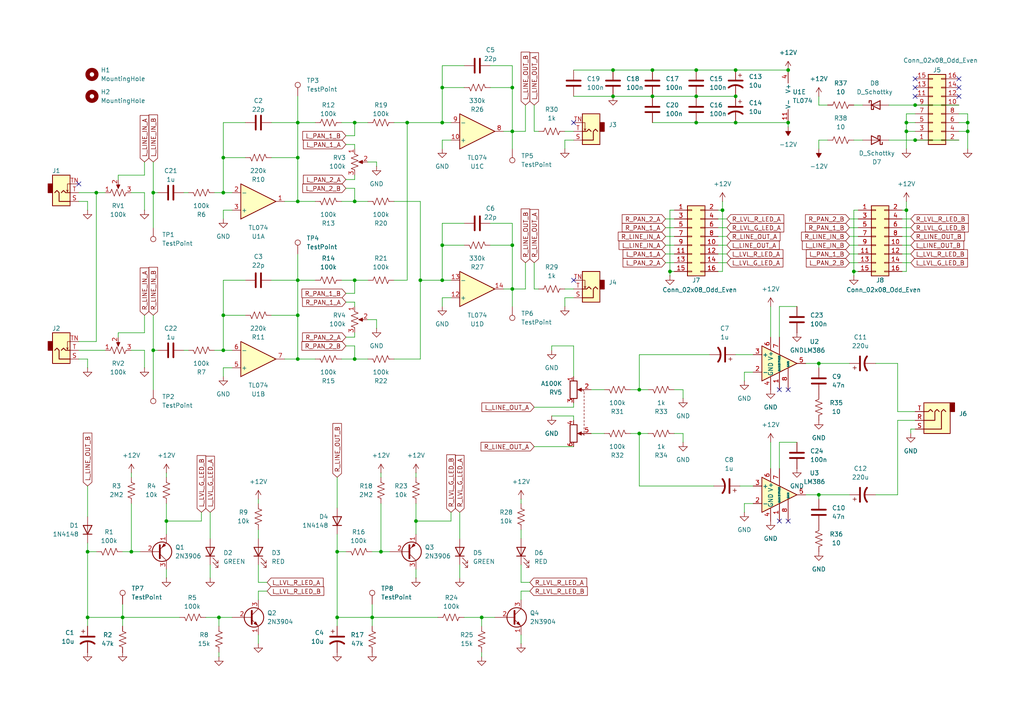
<source format=kicad_sch>
(kicad_sch (version 20231120) (generator "eeschema") (generator_version "8.0")
  (paper "A4")
  (title_block (title "OUTPUT-1") (date "2024-09-10") (rev "1.1") (company "idyllm") (comment 1 "CC BY-SA 4.0") (comment 2 "References: MFOS Stereo Panning Mixer, Befaco Mixer"))
  (junction (at 128.27 25.4))
  (junction (at 107.95 179.07))
  (junction (at 262.89 35.56))
  (junction (at 86.36 58.42))
  (junction (at 64.77 91.44))
  (junction (at 128.27 71.12))
  (junction (at 201.93 35.56))
  (junction (at 194.31 78.74))
  (junction (at 262.89 60.96))
  (junction (at 25.4 160.02))
  (junction (at 128.27 35.56))
  (junction (at 213.36 20.32))
  (junction (at 97.79 160.02))
  (junction (at 118.11 35.56))
  (junction (at 64.77 101.6))
  (junction (at 201.93 27.94))
  (junction (at 139.7 179.07))
  (junction (at 185.42 113.03))
  (junction (at 148.59 71.12))
  (junction (at 102.87 104.14))
  (junction (at 102.87 58.42))
  (junction (at 148.59 83.82))
  (junction (at 148.59 25.4))
  (junction (at 148.59 38.1))
  (junction (at 128.27 81.28))
  (junction (at 44.45 101.6))
  (junction (at 213.36 27.94))
  (junction (at 177.8 27.94))
  (junction (at 265.43 40.64))
  (junction (at 237.49 105.41))
  (junction (at 280.67 35.56))
  (junction (at 25.4 179.07))
  (junction (at 213.36 35.56))
  (junction (at 44.45 55.88))
  (junction (at 189.23 27.94))
  (junction (at 102.87 35.56))
  (junction (at 97.79 179.07))
  (junction (at 86.36 91.44))
  (junction (at 201.93 20.32))
  (junction (at 177.8 20.32))
  (junction (at 27.94 55.88))
  (junction (at 265.43 30.48))
  (junction (at 86.36 81.28))
  (junction (at 86.36 104.14))
  (junction (at 228.6 35.56))
  (junction (at 48.26 151.13))
  (junction (at 63.5 179.07))
  (junction (at 35.56 179.07))
  (junction (at 262.89 38.1))
  (junction (at 110.49 160.02))
  (junction (at 86.36 45.72))
  (junction (at 38.1 160.02))
  (junction (at 237.49 143.51))
  (junction (at 185.42 125.73))
  (junction (at 247.65 78.74))
  (junction (at 280.67 38.1))
  (junction (at 86.36 35.56))
  (junction (at 102.87 81.28))
  (junction (at 189.23 20.32))
  (junction (at 121.92 81.28))
  (junction (at 209.55 60.96))
  (junction (at 64.77 55.88))
  (junction (at 228.6 20.32))
  (junction (at 64.77 45.72))
  (junction (at 120.65 151.13))
  (no_connect (at 166.37 81.28))
  (no_connect (at 166.37 35.56))
  (no_connect (at 226.06 113.03))
  (no_connect (at 265.43 25.4))
  (no_connect (at 278.13 25.4))
  (no_connect (at 226.06 151.13))
  (no_connect (at 278.13 27.94))
  (no_connect (at 265.43 22.86))
  (no_connect (at 278.13 22.86))
  (no_connect (at 228.6 151.13))
  (no_connect (at 228.6 113.03))
  (no_connect (at 22.86 53.34))
  (no_connect (at 265.43 27.94))
  (wire (pts (xy 71.12 91.44) (xy 64.77 91.44)))
  (wire (pts (xy 25.4 160.02) (xy 27.94 160.02)))
  (wire (pts (xy 226.06 88.9) (xy 231.14 88.9)))
  (wire (pts (xy 257.81 40.64) (xy 265.43 40.64)))
  (wire (pts (xy 22.86 55.88) (xy 27.94 55.88)))
  (wire (pts (xy 237.49 43.18) (xy 237.49 40.64)))
  (wire (pts (xy 166.37 86.36) (xy 163.83 86.36)))
  (wire (pts (xy 166.37 20.32) (xy 177.8 20.32)))
  (wire (pts (xy 213.36 20.32) (xy 228.6 20.32)))
  (wire (pts (xy 99.06 81.28) (xy 102.87 81.28)))
  (wire (pts (xy 142.24 64.77) (xy 148.59 64.77)))
  (wire (pts (xy 86.36 58.42) (xy 91.44 58.42)))
  (wire (pts (xy 27.94 55.88) (xy 27.94 99.06)))
  (wire (pts (xy 153.67 171.45) (xy 151.13 171.45)))
  (wire (pts (xy 25.4 157.48) (xy 25.4 160.02)))
  (wire (pts (xy 109.22 46.99) (xy 106.68 46.99)))
  (wire (pts (xy 27.94 99.06) (xy 22.86 99.06)))
  (wire (pts (xy 208.28 60.96) (xy 209.55 60.96)))
  (wire (pts (xy 237.49 105.41) (xy 237.49 106.68)))
  (wire (pts (xy 210.82 71.12) (xy 208.28 71.12)))
  (wire (pts (xy 280.67 38.1) (xy 280.67 35.56)))
  (wire (pts (xy 213.36 102.87) (xy 218.44 102.87)))
  (wire (pts (xy 63.5 190.5) (xy 63.5 189.23)))
  (wire (pts (xy 262.89 38.1) (xy 262.89 43.18)))
  (wire (pts (xy 280.67 33.02) (xy 278.13 33.02)))
  (wire (pts (xy 114.3 35.56) (xy 118.11 35.56)))
  (wire (pts (xy 22.86 101.6) (xy 30.48 101.6)))
  (wire (pts (xy 86.36 35.56) (xy 86.36 45.72)))
  (wire (pts (xy 210.82 68.58) (xy 208.28 68.58)))
  (wire (pts (xy 166.37 116.84) (xy 166.37 118.11)))
  (wire (pts (xy 134.62 179.07) (xy 139.7 179.07)))
  (wire (pts (xy 77.47 171.45) (xy 74.93 171.45)))
  (wire (pts (xy 185.42 125.73) (xy 187.96 125.73)))
  (wire (pts (xy 194.31 78.74) (xy 195.58 78.74)))
  (wire (pts (xy 151.13 153.67) (xy 151.13 156.21)))
  (wire (pts (xy 102.87 100.33) (xy 102.87 104.14)))
  (wire (pts (xy 209.55 60.96) (xy 209.55 58.42)))
  (wire (pts (xy 154.94 83.82) (xy 156.21 83.82)))
  (wire (pts (xy 171.45 125.73) (xy 175.26 125.73)))
  (wire (pts (xy 223.52 128.27) (xy 223.52 135.89)))
  (wire (pts (xy 38.1 55.88) (xy 41.91 55.88)))
  (wire (pts (xy 97.79 179.07) (xy 97.79 160.02)))
  (wire (pts (xy 134.62 64.77) (xy 128.27 64.77)))
  (wire (pts (xy 77.47 168.91) (xy 74.93 168.91)))
  (wire (pts (xy 193.04 76.2) (xy 195.58 76.2)))
  (wire (pts (xy 207.01 140.97) (xy 185.42 140.97)))
  (wire (pts (xy 193.04 68.58) (xy 195.58 68.58)))
  (wire (pts (xy 247.65 60.96) (xy 247.65 78.74)))
  (wire (pts (xy 260.35 121.92) (xy 260.35 143.51)))
  (wire (pts (xy 64.77 45.72) (xy 64.77 55.88)))
  (wire (pts (xy 177.8 20.32) (xy 189.23 20.32)))
  (wire (pts (xy 130.81 151.13) (xy 130.81 148.59)))
  (wire (pts (xy 109.22 95.25) (xy 109.22 92.71)))
  (wire (pts (xy 74.93 163.83) (xy 74.93 168.91)))
  (wire (pts (xy 64.77 81.28) (xy 64.77 91.44)))
  (wire (pts (xy 62.23 55.88) (xy 64.77 55.88)))
  (wire (pts (xy 214.63 140.97) (xy 218.44 140.97)))
  (wire (pts (xy 209.55 60.96) (xy 209.55 78.74)))
  (wire (pts (xy 121.92 81.28) (xy 121.92 104.14)))
  (wire (pts (xy 163.83 40.64) (xy 163.83 43.18)))
  (wire (pts (xy 262.89 35.56) (xy 262.89 38.1)))
  (wire (pts (xy 25.4 179.07) (xy 25.4 181.61)))
  (wire (pts (xy 74.93 171.45) (xy 74.93 173.99)))
  (wire (pts (xy 237.49 40.64) (xy 240.03 40.64)))
  (wire (pts (xy 237.49 30.48) (xy 237.49 27.94)))
  (wire (pts (xy 134.62 19.05) (xy 128.27 19.05)))
  (wire (pts (xy 154.94 38.1) (xy 156.21 38.1)))
  (wire (pts (xy 41.91 106.68) (xy 41.91 101.6)))
  (wire (pts (xy 114.3 58.42) (xy 121.92 58.42)))
  (wire (pts (xy 118.11 81.28) (xy 118.11 35.56)))
  (wire (pts (xy 86.36 91.44) (xy 86.36 104.14)))
  (wire (pts (xy 189.23 20.32) (xy 201.93 20.32)))
  (wire (pts (xy 246.38 68.58) (xy 248.92 68.58)))
  (wire (pts (xy 240.03 30.48) (xy 237.49 30.48)))
  (wire (pts (xy 226.06 97.79) (xy 226.06 88.9)))
  (wire (pts (xy 86.36 35.56) (xy 91.44 35.56)))
  (wire (pts (xy 128.27 88.9) (xy 128.27 86.36)))
  (wire (pts (xy 265.43 30.48) (xy 278.13 30.48)))
  (wire (pts (xy 148.59 38.1) (xy 148.59 43.18)))
  (wire (pts (xy 139.7 179.07) (xy 143.51 179.07)))
  (wire (pts (xy 261.62 60.96) (xy 262.89 60.96)))
  (wire (pts (xy 44.45 55.88) (xy 45.72 55.88)))
  (wire (pts (xy 260.35 105.41) (xy 260.35 119.38)))
  (wire (pts (xy 118.11 35.56) (xy 128.27 35.56)))
  (wire (pts (xy 110.49 146.05) (xy 110.49 160.02)))
  (wire (pts (xy 152.4 76.2) (xy 152.4 83.82)))
  (wire (pts (xy 35.56 175.26) (xy 35.56 179.07)))
  (wire (pts (xy 189.23 35.56) (xy 201.93 35.56)))
  (wire (pts (xy 63.5 179.07) (xy 63.5 181.61)))
  (wire (pts (xy 128.27 86.36) (xy 130.81 86.36)))
  (wire (pts (xy 74.93 153.67) (xy 74.93 156.21)))
  (wire (pts (xy 78.74 91.44) (xy 86.36 91.44)))
  (wire (pts (xy 254 143.51) (xy 260.35 143.51)))
  (wire (pts (xy 148.59 83.82) (xy 152.4 83.82)))
  (wire (pts (xy 25.4 58.42) (xy 25.4 60.96)))
  (wire (pts (xy 86.36 104.14) (xy 91.44 104.14)))
  (wire (pts (xy 107.95 179.07) (xy 97.79 179.07)))
  (wire (pts (xy 64.77 63.5) (xy 64.77 60.96)))
  (wire (pts (xy 163.83 38.1) (xy 166.37 38.1)))
  (wire (pts (xy 148.59 38.1) (xy 148.59 25.4)))
  (wire (pts (xy 139.7 190.5) (xy 139.7 189.23)))
  (wire (pts (xy 25.4 104.14) (xy 25.4 106.68)))
  (wire (pts (xy 246.38 66.04) (xy 248.92 66.04)))
  (wire (pts (xy 246.38 76.2) (xy 248.92 76.2)))
  (wire (pts (xy 78.74 45.72) (xy 86.36 45.72)))
  (wire (pts (xy 127 179.07) (xy 107.95 179.07)))
  (wire (pts (xy 218.44 107.95) (xy 215.9 107.95)))
  (wire (pts (xy 233.68 143.51) (xy 237.49 143.51)))
  (wire (pts (xy 41.91 50.8) (xy 34.29 50.8)))
  (wire (pts (xy 128.27 35.56) (xy 130.81 35.56)))
  (wire (pts (xy 109.22 92.71) (xy 106.68 92.71)))
  (wire (pts (xy 265.43 40.64) (xy 278.13 40.64)))
  (wire (pts (xy 78.74 35.56) (xy 86.36 35.56)))
  (wire (pts (xy 100.33 85.09) (xy 102.87 85.09)))
  (wire (pts (xy 237.49 105.41) (xy 246.38 105.41)))
  (wire (pts (xy 210.82 66.04) (xy 208.28 66.04)))
  (wire (pts (xy 247.65 40.64) (xy 250.19 40.64)))
  (wire (pts (xy 41.91 46.99) (xy 41.91 50.8)))
  (wire (pts (xy 246.38 63.5) (xy 248.92 63.5)))
  (wire (pts (xy 44.45 91.44) (xy 44.45 101.6)))
  (wire (pts (xy 152.4 30.48) (xy 152.4 38.1)))
  (wire (pts (xy 78.74 81.28) (xy 86.36 81.28)))
  (wire (pts (xy 34.29 97.79) (xy 34.29 96.52)))
  (wire (pts (xy 120.65 151.13) (xy 130.81 151.13)))
  (wire (pts (xy 160.02 100.33) (xy 166.37 100.33)))
  (wire (pts (xy 262.89 78.74) (xy 262.89 60.96)))
  (wire (pts (xy 151.13 171.45) (xy 151.13 173.99)))
  (wire (pts (xy 201.93 27.94) (xy 213.36 27.94)))
  (wire (pts (xy 38.1 160.02) (xy 40.64 160.02)))
  (wire (pts (xy 120.65 167.64) (xy 120.65 165.1)))
  (wire (pts (xy 35.56 179.07) (xy 25.4 179.07)))
  (wire (pts (xy 257.81 30.48) (xy 265.43 30.48)))
  (wire (pts (xy 233.68 105.41) (xy 237.49 105.41)))
  (wire (pts (xy 71.12 81.28) (xy 64.77 81.28)))
  (wire (pts (xy 25.4 179.07) (xy 25.4 160.02)))
  (wire (pts (xy 148.59 83.82) (xy 148.59 88.9)))
  (wire (pts (xy 63.5 179.07) (xy 67.31 179.07)))
  (wire (pts (xy 35.56 179.07) (xy 35.56 181.61)))
  (wire (pts (xy 163.83 83.82) (xy 166.37 83.82)))
  (wire (pts (xy 154.94 118.11) (xy 166.37 118.11)))
  (wire (pts (xy 64.77 101.6) (xy 67.31 101.6)))
  (wire (pts (xy 264.16 125.73) (xy 264.16 124.46)))
  (wire (pts (xy 166.37 120.65) (xy 166.37 121.92)))
  (wire (pts (xy 128.27 19.05) (xy 128.27 25.4)))
  (wire (pts (xy 120.65 146.05) (xy 120.65 151.13)))
  (wire (pts (xy 100.33 54.61) (xy 102.87 54.61)))
  (wire (pts (xy 264.16 68.58) (xy 261.62 68.58)))
  (wire (pts (xy 99.06 58.42) (xy 102.87 58.42)))
  (wire (pts (xy 71.12 45.72) (xy 64.77 45.72)))
  (wire (pts (xy 48.26 146.05) (xy 48.26 151.13)))
  (wire (pts (xy 100.33 97.79) (xy 102.87 97.79)))
  (wire (pts (xy 198.12 113.03) (xy 198.12 115.57)))
  (wire (pts (xy 60.96 148.59) (xy 60.96 156.21)))
  (wire (pts (xy 114.3 104.14) (xy 121.92 104.14)))
  (wire (pts (xy 142.24 19.05) (xy 148.59 19.05)))
  (wire (pts (xy 102.87 87.63) (xy 102.87 88.9)))
  (wire (pts (xy 264.16 66.04) (xy 261.62 66.04)))
  (wire (pts (xy 44.45 101.6) (xy 44.45 113.03)))
  (wire (pts (xy 102.87 35.56) (xy 102.87 39.37)))
  (wire (pts (xy 107.95 160.02) (xy 110.49 160.02)))
  (wire (pts (xy 247.65 30.48) (xy 250.19 30.48)))
  (wire (pts (xy 128.27 64.77) (xy 128.27 71.12)))
  (wire (pts (xy 201.93 35.56) (xy 213.36 35.56)))
  (wire (pts (xy 100.33 100.33) (xy 102.87 100.33)))
  (wire (pts (xy 146.05 38.1) (xy 148.59 38.1)))
  (wire (pts (xy 223.52 88.9) (xy 223.52 97.79)))
  (wire (pts (xy 97.79 160.02) (xy 100.33 160.02)))
  (wire (pts (xy 121.92 58.42) (xy 121.92 81.28)))
  (wire (pts (xy 213.36 35.56) (xy 228.6 35.56)))
  (wire (pts (xy 171.45 113.03) (xy 175.26 113.03)))
  (wire (pts (xy 22.86 104.14) (xy 25.4 104.14)))
  (wire (pts (xy 166.37 40.64) (xy 163.83 40.64)))
  (wire (pts (xy 58.42 148.59) (xy 58.42 151.13)))
  (wire (pts (xy 247.65 78.74) (xy 248.92 78.74)))
  (wire (pts (xy 264.16 63.5) (xy 261.62 63.5)))
  (wire (pts (xy 254 105.41) (xy 260.35 105.41)))
  (wire (pts (xy 74.93 186.69) (xy 74.93 184.15)))
  (wire (pts (xy 246.38 73.66) (xy 248.92 73.66)))
  (wire (pts (xy 97.79 179.07) (xy 97.79 181.61)))
  (wire (pts (xy 264.16 71.12) (xy 261.62 71.12)))
  (wire (pts (xy 102.87 41.91) (xy 100.33 41.91)))
  (wire (pts (xy 189.23 27.94) (xy 201.93 27.94)))
  (wire (pts (xy 185.42 113.03) (xy 187.96 113.03)))
  (wire (pts (xy 62.23 101.6) (xy 64.77 101.6)))
  (wire (pts (xy 166.37 100.33) (xy 166.37 109.22)))
  (wire (pts (xy 210.82 73.66) (xy 208.28 73.66)))
  (wire (pts (xy 182.88 125.73) (xy 185.42 125.73)))
  (wire (pts (xy 193.04 63.5) (xy 195.58 63.5)))
  (wire (pts (xy 114.3 81.28) (xy 118.11 81.28)))
  (wire (pts (xy 102.87 81.28) (xy 102.87 85.09)))
  (wire (pts (xy 146.05 83.82) (xy 148.59 83.82)))
  (wire (pts (xy 261.62 78.74) (xy 262.89 78.74)))
  (wire (pts (xy 148.59 38.1) (xy 152.4 38.1)))
  (wire (pts (xy 247.65 78.74) (xy 247.65 80.01)))
  (wire (pts (xy 64.77 109.22) (xy 64.77 106.68)))
  (wire (pts (xy 71.12 35.56) (xy 64.77 35.56)))
  (wire (pts (xy 260.35 121.92) (xy 265.43 121.92)))
  (wire (pts (xy 246.38 71.12) (xy 248.92 71.12)))
  (wire (pts (xy 160.02 120.65) (xy 166.37 120.65)))
  (wire (pts (xy 198.12 125.73) (xy 195.58 125.73)))
  (wire (pts (xy 265.43 33.02) (xy 262.89 33.02)))
  (wire (pts (xy 278.13 35.56) (xy 280.67 35.56)))
  (wire (pts (xy 151.13 163.83) (xy 151.13 168.91)))
  (wire (pts (xy 128.27 81.28) (xy 130.81 81.28)))
  (wire (pts (xy 44.45 46.99) (xy 44.45 55.88)))
  (wire (pts (xy 120.65 137.16) (xy 120.65 138.43)))
  (wire (pts (xy 102.87 58.42) (xy 106.68 58.42)))
  (wire (pts (xy 128.27 40.64) (xy 130.81 40.64)))
  (wire (pts (xy 193.04 73.66) (xy 195.58 73.66)))
  (wire (pts (xy 86.36 104.14) (xy 82.55 104.14)))
  (wire (pts (xy 99.06 35.56) (xy 102.87 35.56)))
  (wire (pts (xy 38.1 146.05) (xy 38.1 160.02)))
  (wire (pts (xy 44.45 55.88) (xy 44.45 66.04)))
  (wire (pts (xy 154.94 30.48) (xy 154.94 38.1)))
  (wire (pts (xy 102.87 54.61) (xy 102.87 58.42)))
  (wire (pts (xy 41.91 60.96) (xy 41.91 55.88)))
  (wire (pts (xy 278.13 38.1) (xy 280.67 38.1)))
  (wire (pts (xy 148.59 83.82) (xy 148.59 71.12)))
  (wire (pts (xy 22.86 58.42) (xy 25.4 58.42)))
  (wire (pts (xy 64.77 60.96) (xy 67.31 60.96)))
  (wire (pts (xy 60.96 167.64) (xy 60.96 163.83)))
  (wire (pts (xy 260.35 119.38) (xy 265.43 119.38)))
  (wire (pts (xy 133.35 167.64) (xy 133.35 163.83)))
  (wire (pts (xy 107.95 175.26) (xy 107.95 179.07)))
  (wire (pts (xy 86.36 58.42) (xy 82.55 58.42)))
  (wire (pts (xy 194.31 60.96) (xy 195.58 60.96)))
  (wire (pts (xy 128.27 43.18) (xy 128.27 40.64)))
  (wire (pts (xy 237.49 143.51) (xy 237.49 144.78)))
  (wire (pts (xy 97.79 154.94) (xy 97.79 160.02)))
  (wire (pts (xy 215.9 107.95) (xy 215.9 110.49)))
  (wire (pts (xy 148.59 71.12) (xy 142.24 71.12)))
  (wire (pts (xy 264.16 76.2) (xy 261.62 76.2)))
  (wire (pts (xy 148.59 25.4) (xy 142.24 25.4)))
  (wire (pts (xy 148.59 64.77) (xy 148.59 71.12)))
  (wire (pts (xy 74.93 144.78) (xy 74.93 146.05)))
  (wire (pts (xy 205.74 102.87) (xy 185.42 102.87)))
  (wire (pts (xy 41.91 96.52) (xy 34.29 96.52)))
  (wire (pts (xy 38.1 101.6) (xy 41.91 101.6)))
  (wire (pts (xy 41.91 91.44) (xy 41.91 96.52)))
  (wire (pts (xy 102.87 39.37) (xy 100.33 39.37)))
  (wire (pts (xy 160.02 101.6) (xy 160.02 100.33)))
  (wire (pts (xy 148.59 19.05) (xy 148.59 25.4)))
  (wire (pts (xy 52.07 179.07) (xy 35.56 179.07)))
  (wire (pts (xy 264.16 124.46) (xy 265.43 124.46)))
  (wire (pts (xy 86.36 81.28) (xy 86.36 91.44)))
  (wire (pts (xy 64.77 35.56) (xy 64.77 45.72)))
  (wire (pts (xy 151.13 144.78) (xy 151.13 146.05)))
  (wire (pts (xy 185.42 102.87) (xy 185.42 113.03)))
  (wire (pts (xy 163.83 86.36) (xy 163.83 88.9)))
  (wire (pts (xy 48.26 137.16) (xy 48.26 138.43)))
  (wire (pts (xy 64.77 106.68) (xy 67.31 106.68)))
  (wire (pts (xy 53.34 55.88) (xy 54.61 55.88)))
  (wire (pts (xy 121.92 81.28) (xy 128.27 81.28)))
  (wire (pts (xy 226.06 128.27) (xy 226.06 135.89)))
  (wire (pts (xy 109.22 48.26) (xy 109.22 46.99)))
  (wire (pts (xy 128.27 25.4) (xy 128.27 35.56)))
  (wire (pts (xy 27.94 55.88) (xy 30.48 55.88)))
  (wire (pts (xy 102.87 81.28) (xy 106.68 81.28)))
  (wire (pts (xy 48.26 151.13) (xy 48.26 154.94)))
  (wire (pts (xy 133.35 148.59) (xy 133.35 156.21)))
  (wire (pts (xy 194.31 80.01) (xy 194.31 78.74)))
  (wire (pts (xy 59.69 179.07) (xy 63.5 179.07)))
  (wire (pts (xy 107.95 179.07) (xy 107.95 181.61)))
  (wire (pts (xy 193.04 71.12) (xy 195.58 71.12)))
  (wire (pts (xy 102.87 35.56) (xy 106.68 35.56)))
  (wire (pts (xy 35.56 160.02) (xy 38.1 160.02)))
  (wire (pts (xy 97.79 138.43) (xy 97.79 147.32)))
  (wire (pts (xy 153.67 168.91) (xy 151.13 168.91)))
  (wire (pts (xy 102.87 96.52) (xy 102.87 97.79)))
  (wire (pts (xy 209.55 78.74) (xy 208.28 78.74)))
  (wire (pts (xy 262.89 60.96) (xy 262.89 58.42)))
  (wire (pts (xy 166.37 27.94) (xy 177.8 27.94)))
  (wire (pts (xy 154.94 129.54) (xy 166.37 129.54)))
  (wire (pts (xy 182.88 113.03) (xy 185.42 113.03)))
  (wire (pts (xy 237.49 143.51) (xy 246.38 143.51)))
  (wire (pts (xy 53.34 101.6) (xy 54.61 101.6)))
  (wire (pts (xy 44.45 101.6) (xy 45.72 101.6)))
  (wire (pts (xy 280.67 43.18) (xy 280.67 38.1)))
  (wire (pts (xy 193.04 66.04) (xy 195.58 66.04)))
  (wire (pts (xy 218.44 146.05) (xy 215.9 146.05)))
  (wire (pts (xy 100.33 87.63) (xy 102.87 87.63)))
  (wire (pts (xy 231.14 128.27) (xy 226.06 128.27)))
  (wire (pts (xy 201.93 20.32) (xy 213.36 20.32)))
  (wire (pts (xy 48.26 167.64) (xy 48.26 165.1)))
  (wire (pts (xy 86.36 81.28) (xy 91.44 81.28)))
  (wire (pts (xy 110.49 160.02) (xy 113.03 160.02)))
  (wire (pts (xy 248.92 60.96) (xy 247.65 60.96)))
  (wire (pts (xy 38.1 137.16) (xy 38.1 138.43)))
  (wire (pts (xy 110.49 137.16) (xy 110.49 138.43)))
  (wire (pts (xy 102.87 104.14) (xy 106.68 104.14)))
  (wire (pts (xy 262.89 33.02) (xy 262.89 35.56)))
  (wire (pts (xy 262.89 35.56) (xy 265.43 35.56)))
  (wire (pts (xy 64.77 55.88) (xy 67.31 55.88)))
  (wire (pts (xy 34.29 52.07) (xy 34.29 50.8)))
  (wire (pts (xy 86.36 27.94) (xy 86.36 35.56)))
  (wire (pts (xy 48.26 151.13) (xy 58.42 151.13)))
  (wire (pts (xy 100.33 52.07) (xy 102.87 52.07)))
  (wire (pts (xy 228.6 36.83) (xy 228.6 35.56)))
  (wire (pts (xy 139.7 179.07) (xy 139.7 181.61)))
  (wire (pts (xy 262.89 38.1) (xy 265.43 38.1)))
  (wire (pts (xy 151.13 186.69) (xy 151.13 184.15)))
  (wire (pts (xy 64.77 91.44) (xy 64.77 101.6)))
  (wire (pts (xy 215.9 146.05) (xy 215.9 148.59)))
  (wire (pts (xy 264.16 73.66) (xy 261.62 73.66)))
  (wire (pts (xy 195.58 113.03) (xy 198.12 113.03)))
  (wire (pts (xy 120.65 151.13) (xy 120.65 154.94)))
  (wire (pts (xy 134.62 25.4) (xy 128.27 25.4)))
  (wire (pts (xy 86.36 45.72) (xy 86.36 58.42)))
  (wire (pts (xy 198.12 128.27) (xy 198.12 125.73)))
  (wire (pts (xy 177.8 27.94) (xy 189.23 27.94)))
  (wire (pts (xy 210.82 63.5) (xy 208.28 63.5)))
  (wire (pts (xy 210.82 76.2) (xy 208.28 76.2)))
  (wire (pts (xy 154.94 76.2) (xy 154.94 83.82)))
  (wire (pts (xy 102.87 41.91) (xy 102.87 43.18)))
  (wire (pts (xy 86.36 73.66) (xy 86.36 81.28)))
  (wire (pts (xy 185.42 140.97) (xy 185.42 125.73)))
  (wire (pts (xy 194.31 78.74) (xy 194.31 60.96)))
  (wire (pts (xy 134.62 71.12) (xy 128.27 71.12)))
  (wire (pts (xy 25.4 140.97) (xy 25.4 149.86)))
  (wire (pts (xy 280.67 35.56) (xy 280.67 33.02)))
  (wire (pts (xy 99.06 104.14) (xy 102.87 104.14)))
  (wire (pts (xy 102.87 50.8) (xy 102.87 52.07)))
  (wire (pts (xy 128.27 71.12) (xy 128.27 81.28)))
  (global_label "L_LINE_IN_A" (shape input) (at 193.04 71.12 180) (property "Intersheetrefs" "${INTERSHEET_REFS}" (effects (hide yes))))
  (global_label "L_LINE_OUT_A" (shape input) (at 210.82 71.12 0) (property "Intersheetrefs" "${INTERSHEET_REFS}" (effects (hide yes))))
  (global_label "R_LINE_IN_B" (shape input) (at 44.45 91.44 90) (property "Intersheetrefs" "${INTERSHEET_REFS}" (effects (hide yes))))
  (global_label "L_LINE_IN_B" (shape input) (at 44.45 46.99 90) (property "Intersheetrefs" "${INTERSHEET_REFS}" (effects (hide yes))))
  (global_label "L_LINE_IN_A" (shape input) (at 41.91 46.99 90) (property "Intersheetrefs" "${INTERSHEET_REFS}" (effects (hide yes))))
  (global_label "R_LINE_IN_B" (shape input) (at 246.38 68.58 180) (property "Intersheetrefs" "${INTERSHEET_REFS}" (effects (hide yes))))
  (global_label "L_LINE_OUT_B" (shape input) (at 25.4 140.97 90) (property "Intersheetrefs" "${INTERSHEET_REFS}" (effects (hide yes))))
  (global_label "L_PAN_1_B" (shape input) (at 246.38 73.66 180) (property "Intersheetrefs" "${INTERSHEET_REFS}" (effects (hide yes))))
  (global_label "L_PAN_2_A" (shape input) (at 193.04 76.2 180) (property "Intersheetrefs" "${INTERSHEET_REFS}" (effects (hide yes))))
  (global_label "R_LVL_R_LED_B" (shape input) (at 153.67 171.45 0) (property "Intersheetrefs" "${INTERSHEET_REFS}" (effects (hide yes))))
  (global_label "R_LINE_OUT_B" (shape input) (at 152.4 76.2 90) (property "Intersheetrefs" "${INTERSHEET_REFS}" (effects (hide yes))))
  (global_label "L_LVL_R_LED_A" (shape input) (at 210.82 73.66 0) (property "Intersheetrefs" "${INTERSHEET_REFS}" (effects (hide yes))))
  (global_label "L_PAN_2_B" (shape input) (at 100.33 54.61 180) (property "Intersheetrefs" "${INTERSHEET_REFS}" (effects (hide yes))))
  (global_label "R_PAN_1_B" (shape input) (at 100.33 85.09 180) (property "Intersheetrefs" "${INTERSHEET_REFS}" (effects (hide yes))))
  (global_label "R_PAN_1_A" (shape input) (at 100.33 87.63 180) (property "Intersheetrefs" "${INTERSHEET_REFS}" (effects (hide yes))))
  (global_label "R_PAN_2_A" (shape input) (at 100.33 97.79 180) (property "Intersheetrefs" "${INTERSHEET_REFS}" (effects (hide yes))))
  (global_label "L_LVL_R_LED_B" (shape input) (at 77.47 171.45 0) (property "Intersheetrefs" "${INTERSHEET_REFS}" (effects (hide yes))))
  (global_label "L_PAN_1_A" (shape input) (at 100.33 41.91 180) (property "Intersheetrefs" "${INTERSHEET_REFS}" (effects (hide yes))))
  (global_label "L_LVL_R_LED_B" (shape input) (at 264.16 73.66 0) (property "Intersheetrefs" "${INTERSHEET_REFS}" (effects (hide yes))))
  (global_label "L_LINE_OUT_B" (shape input) (at 152.4 30.48 90) (property "Intersheetrefs" "${INTERSHEET_REFS}" (effects (hide yes))))
  (global_label "L_LINE_OUT_B" (shape input) (at 264.16 71.12 0) (property "Intersheetrefs" "${INTERSHEET_REFS}" (effects (hide yes))))
  (global_label "R_LINE_OUT_A" (shape input) (at 154.94 129.54 180) (property "Intersheetrefs" "${INTERSHEET_REFS}" (effects (hide yes))))
  (global_label "R_LVL_G_LED_A" (shape input) (at 210.82 66.04 0) (property "Intersheetrefs" "${INTERSHEET_REFS}" (effects (hide yes))))
  (global_label "R_PAN_2_B" (shape input) (at 246.38 63.5 180) (property "Intersheetrefs" "${INTERSHEET_REFS}" (effects (hide yes))))
  (global_label "R_LINE_OUT_A" (shape input) (at 210.82 68.58 0) (property "Intersheetrefs" "${INTERSHEET_REFS}" (effects (hide yes))))
  (global_label "R_PAN_2_B" (shape input) (at 100.33 100.33 180) (property "Intersheetrefs" "${INTERSHEET_REFS}" (effects (hide yes))))
  (global_label "R_LINE_IN_A" (shape input) (at 193.04 68.58 180) (property "Intersheetrefs" "${INTERSHEET_REFS}" (effects (hide yes))))
  (global_label "L_LVL_G_LED_A" (shape input) (at 210.82 76.2 0) (property "Intersheetrefs" "${INTERSHEET_REFS}" (effects (hide yes))))
  (global_label "R_LVL_G_LED_B" (shape input) (at 130.81 148.59 90) (property "Intersheetrefs" "${INTERSHEET_REFS}" (effects (hide yes))))
  (global_label "R_LVL_R_LED_A" (shape input) (at 153.67 168.91 0) (property "Intersheetrefs" "${INTERSHEET_REFS}" (effects (hide yes))))
  (global_label "R_LINE_OUT_B" (shape input) (at 97.79 138.43 90) (property "Intersheetrefs" "${INTERSHEET_REFS}" (effects (hide yes))))
  (global_label "R_LINE_IN_A" (shape input) (at 41.91 91.44 90) (property "Intersheetrefs" "${INTERSHEET_REFS}" (effects (hide yes))))
  (global_label "L_LINE_OUT_A" (shape input) (at 154.94 30.48 90) (property "Intersheetrefs" "${INTERSHEET_REFS}" (effects (hide yes))))
  (global_label "R_PAN_1_A" (shape input) (at 193.04 66.04 180) (property "Intersheetrefs" "${INTERSHEET_REFS}" (effects (hide yes))))
  (global_label "R_LVL_G_LED_A" (shape input) (at 133.35 148.59 90) (property "Intersheetrefs" "${INTERSHEET_REFS}" (effects (hide yes))))
  (global_label "R_LINE_OUT_B" (shape input) (at 264.16 68.58 0) (property "Intersheetrefs" "${INTERSHEET_REFS}" (effects (hide yes))))
  (global_label "R_PAN_2_A" (shape input) (at 193.04 63.5 180) (property "Intersheetrefs" "${INTERSHEET_REFS}" (effects (hide yes))))
  (global_label "L_LVL_G_LED_A" (shape input) (at 60.96 148.59 90) (property "Intersheetrefs" "${INTERSHEET_REFS}" (effects (hide yes))))
  (global_label "L_LINE_OUT_A" (shape input) (at 154.94 118.11 180) (property "Intersheetrefs" "${INTERSHEET_REFS}" (effects (hide yes))))
  (global_label "L_LINE_IN_B" (shape input) (at 246.38 71.12 180) (property "Intersheetrefs" "${INTERSHEET_REFS}" (effects (hide yes))))
  (global_label "L_LVL_G_LED_B" (shape input) (at 264.16 76.2 0) (property "Intersheetrefs" "${INTERSHEET_REFS}" (effects (hide yes))))
  (global_label "R_LINE_OUT_A" (shape input) (at 154.94 76.2 90) (property "Intersheetrefs" "${INTERSHEET_REFS}" (effects (hide yes))))
  (global_label "L_LVL_R_LED_A" (shape input) (at 77.47 168.91 0) (property "Intersheetrefs" "${INTERSHEET_REFS}" (effects (hide yes))))
  (global_label "L_PAN_1_B" (shape input) (at 100.33 39.37 180) (property "Intersheetrefs" "${INTERSHEET_REFS}" (effects (hide yes))))
  (global_label "R_LVL_G_LED_B" (shape input) (at 264.16 66.04 0) (property "Intersheetrefs" "${INTERSHEET_REFS}" (effects (hide yes))))
  (global_label "L_PAN_2_B" (shape input) (at 246.38 76.2 180) (property "Intersheetrefs" "${INTERSHEET_REFS}" (effects (hide yes))))
  (global_label "R_LVL_R_LED_A" (shape input) (at 210.82 63.5 0) (property "Intersheetrefs" "${INTERSHEET_REFS}" (effects (hide yes))))
  (global_label "L_PAN_1_A" (shape input) (at 193.04 73.66 180) (property "Intersheetrefs" "${INTERSHEET_REFS}" (effects (hide yes))))
  (global_label "R_LVL_R_LED_B" (shape input) (at 264.16 63.5 0) (property "Intersheetrefs" "${INTERSHEET_REFS}" (effects (hide yes))))
  (global_label "R_PAN_1_B" (shape input) (at 246.38 66.04 180) (property "Intersheetrefs" "${INTERSHEET_REFS}" (effects (hide yes))))
  (global_label "L_PAN_2_A" (shape input) (at 100.33 52.07 180) (property "Intersheetrefs" "${INTERSHEET_REFS}" (effects (hide yes))))
  (global_label "L_LVL_G_LED_B" (shape input) (at 58.42 148.59 90) (property "Intersheetrefs" "${INTERSHEET_REFS}" (effects (hide yes))))
  (symbol (lib_id "power:GND") (at 120.65 167.64 0) (mirror y) (unit 1)
    (property "Reference" "#PWR022" (effects (hide yes)))
    (property "Value" "GND" (effects (hide yes)))
    (property "Description" "Power symbol creates a global label with name \"GND\" , ground" (effects (hide yes)))
  )
  (symbol (lib_id "Device:R_US") (at 191.77 125.73 90) (mirror x) (unit 1)
    (property "Reference" "R34" (at 191.77 132.08 90))
    (property "Value" "1k" (at 191.77 129.54 90))
    (property "Footprint" "Resistor_THT:R_Axial_DIN0204_L3.6mm_D1.6mm_P2.54mm_Vertical" (effects (hide yes)))
    (property "Description" "Resistor, US symbol" (effects (hide yes)))
  )
  (symbol (lib_id "Mechanical:MountingHole") (at 26.67 27.94 0) (unit 1) (exclude_from_sim yes) (in_bom no)
    (property "Reference" "H2" (at 29.21 26.6699 0) (effects (justify left)))
    (property "Value" "MountingHole" (at 29.21 29.2099 0) (effects (justify left)))
    (property "Footprint" "MountingHole:MountingHole_3.2mm_M3_DIN965" (effects (hide yes)))
    (property "Description" "Mounting Hole without connection" (effects (hide yes)))
  )
  (symbol (lib_id "power:GND") (at 163.83 88.9 0) (mirror y) (unit 1)
    (property "Reference" "#PWR032" (effects (hide yes)))
    (property "Value" "GND" (effects (hide yes)))
    (property "Description" "Power symbol creates a global label with name \"GND\" , ground" (effects (hide yes)))
  )
  (symbol (lib_id "power:GND") (at 163.83 43.18 0) (mirror y) (unit 1)
    (property "Reference" "#PWR031" (effects (hide yes)))
    (property "Value" "GND" (effects (hide yes)))
    (property "Description" "Power symbol creates a global label with name \"GND\" , ground" (effects (hide yes)))
  )
  (symbol (lib_id "Device:R_US") (at 104.14 160.02 270) (mirror x) (unit 1)
    (property "Reference" "R16" (at 104.013 154.305 90))
    (property "Value" "100k" (at 104.013 156.845 90))
    (property "Footprint" "Resistor_THT:R_Axial_DIN0204_L3.6mm_D1.6mm_P2.54mm_Vertical" (effects (hide yes)))
    (property "Description" "Resistor, US symbol" (effects (hide yes)))
  )
  (symbol (lib_id "Device:C_Polarized_US") (at 25.4 185.42 0) (unit 1)
    (property "Reference" "C1" (at 21.59 183.5149 0) (effects (justify right)))
    (property "Value" "10u" (at 21.59 186.0549 0) (effects (justify right)))
    (property "Footprint" "Capacitor_THT:CP_Radial_D4.0mm_P2.00mm" (effects (hide yes)))
    (property "Description" "Polarized capacitor, US symbol" (effects (hide yes)))
  )
  (symbol (lib_id "power:GND") (at 160.02 120.65 0) (unit 1)
    (property "Reference" "#PWR030" (effects (hide yes)))
    (property "Value" "GND" (at 160.02 125.73 0))
    (property "Description" "Power symbol creates a global label with name \"GND\" , ground" (effects (hide yes)))
  )
  (symbol (lib_id "Device:R_US") (at 110.49 81.28 90) (unit 1)
    (property "Reference" "R21" (at 110.49 74.93 90))
    (property "Value" "100k" (at 110.49 77.47 90))
    (property "Footprint" "Resistor_THT:R_Axial_DIN0204_L3.6mm_D1.6mm_P2.54mm_Vertical" (effects (hide yes)))
    (property "Description" "Resistor, US symbol" (effects (hide yes)))
  )
  (symbol (lib_id "Device:C") (at 138.43 64.77 90) (unit 1)
    (property "Reference" "C6" (at 142.24 60.452 90))
    (property "Value" "22p" (at 142.24 62.992 90))
    (property "Footprint" "Capacitor_THT:C_Disc_D5.0mm_W2.5mm_P2.50mm" (effects (hide yes)))
    (property "Description" "Unpolarized capacitor" (effects (hide yes)))
  )
  (symbol (lib_id "Device:C") (at 237.49 110.49 0) (unit 1)
    (property "Reference" "C9" (at 241.3 109.2199 0) (effects (justify left)))
    (property "Value" "47n" (at 241.3 111.7599 0) (effects (justify left)))
    (property "Footprint" "Capacitor_THT:C_Disc_D5.0mm_W2.5mm_P2.50mm" (effects (hide yes)))
    (property "Description" "Unpolarized capacitor" (effects (hide yes)))
  )
  (symbol (lib_id "Connector:TestPoint") (at 148.59 43.18 180) (unit 1)
    (property "Reference" "TP5" (at 151.13 45.2119 0) (effects (justify right)))
    (property "Value" "TestPoint" (at 151.13 47.7519 0) (effects (justify right)))
    (property "Footprint" "Connector_PinHeader_2.54mm:PinHeader_1x01_P2.54mm_Vertical" (effects (hide yes)))
    (property "Description" "test point" (effects (hide yes)))
  )
  (symbol (lib_id "Device:R_US") (at 179.07 113.03 90) (mirror x) (unit 1)
    (property "Reference" "R31" (at 179.07 119.38 90))
    (property "Value" "100k" (at 179.07 116.84 90))
    (property "Footprint" "Resistor_THT:R_Axial_DIN0204_L3.6mm_D1.6mm_P2.54mm_Vertical" (effects (hide yes)))
    (property "Description" "Resistor, US symbol" (effects (hide yes)))
  )
  (symbol (lib_id "power:+12V") (at 209.55 58.42 0) (unit 1)
    (property "Reference" "#PWR054" (effects (hide yes)))
    (property "Value" "+12V" (at 209.55 53.34 0))
    (property "Description" "Power symbol creates a global label with name \"+12V\"" (effects (hide yes)))
  )
  (symbol (lib_id "Device:R_US") (at 151.13 149.86 180) (unit 1)
    (property "Reference" "R28" (at 146.812 148.59 0))
    (property "Value" "10k" (at 146.812 151.13 0))
    (property "Footprint" "Resistor_THT:R_Axial_DIN0204_L3.6mm_D1.6mm_P2.54mm_Vertical" (effects (hide yes)))
    (property "Description" "Resistor, US symbol" (effects (hide yes)))
  )
  (symbol (lib_id "Device:R_US") (at 95.25 58.42 90) (mirror x) (unit 1)
    (property "Reference" "R13" (at 95.25 64.77 90))
    (property "Value" "100k" (at 95.25 62.23 90))
    (property "Footprint" "Resistor_THT:R_Axial_DIN0204_L3.6mm_D1.6mm_P2.54mm_Vertical" (effects (hide yes)))
    (property "Description" "Resistor, US symbol" (effects (hide yes)))
  )
  (symbol (lib_id "Device:R_US") (at 110.49 58.42 90) (mirror x) (unit 1)
    (property "Reference" "R20" (at 110.49 64.77 90))
    (property "Value" "100k" (at 110.49 62.23 90))
    (property "Footprint" "Resistor_THT:R_Axial_DIN0204_L3.6mm_D1.6mm_P2.54mm_Vertical" (effects (hide yes)))
    (property "Description" "Resistor, US symbol" (effects (hide yes)))
  )
  (symbol (lib_id "Device:R_US") (at 110.49 104.14 90) (mirror x) (unit 1)
    (property "Reference" "R22" (at 110.49 110.49 90))
    (property "Value" "100k" (at 110.49 107.95 90))
    (property "Footprint" "Resistor_THT:R_Axial_DIN0207_L6.3mm_D2.5mm_P7.62mm_Horizontal" (effects (hide yes)))
    (property "Description" "Resistor, US symbol" (effects (hide yes)))
  )
  (symbol (lib_id "Transistor_BJT:2N3906") (at 118.11 160.02 0) (mirror x) (unit 1)
    (property "Reference" "Q3" (at 123.19 158.7499 0) (effects (justify left)))
    (property "Value" "2N3906" (at 123.19 161.2899 0) (effects (justify left)))
    (property "Footprint" "Package_TO_SOT_THT:TO-92_Inline_Wide" (effects (hide yes)))
    (property "Datasheet" "https://www.onsemi.com/pub/Collateral/2N3906-D.PDF" (effects (hide yes)))
    (property "Description" "-0.2A Ic, -40V Vce, Small Signal PNP Transistor, TO-92" (effects (hide yes)))
  )
  (symbol (lib_id "power:+12V") (at 228.6 20.32 0) (unit 1)
    (property "Reference" "#PWR048" (effects (hide yes)))
    (property "Value" "+12V" (at 228.6 15.24 0))
    (property "Description" "Power symbol creates a global label with name \"+12V\"" (effects (hide yes)))
  )
  (symbol (lib_id "Device:C") (at 49.53 55.88 90) (unit 1)
    (property "Reference" "C21" (at 49.53 49.53 90))
    (property "Value" "1u" (at 49.53 52.07 90))
    (property "Footprint" "Capacitor_THT:C_Disc_D5.0mm_W2.5mm_P2.50mm" (effects (hide yes)))
    (property "Description" "Unpolarized capacitor" (effects (hide yes)))
  )
  (symbol (lib_id "power:GND") (at 139.7 190.5 0) (mirror y) (unit 1)
    (property "Reference" "#PWR026" (effects (hide yes)))
    (property "Value" "GND" (effects (hide yes)))
    (property "Description" "Power symbol creates a global label with name \"GND\" , ground" (effects (hide yes)))
  )
  (symbol (lib_id "Connector_Audio:AudioJack2_SwitchT") (at 17.78 55.88 0) (mirror x) (unit 1)
    (property "Reference" "J1" (at 17.526 49.53 0) (effects (justify right)))
    (property "Value" "AudioJack2_SwitchT" (effects (hide yes)))
    (property "Footprint" "AudioJacks:Jack_3.5mm_QingPu_WQP-PJ301M-12_Vertical" (effects (hide yes)))
    (property "Description" "Audio Jack, 2 Poles (Mono / TS), Switched T Pole (Normalling)" (effects (hide yes)))
  )
  (symbol (lib_id "power:GND") (at 280.67 43.18 0) (mirror y) (unit 1)
    (property "Reference" "#PWR045" (effects (hide yes)))
    (property "Value" "GND" (effects (hide yes)))
    (property "Description" "Power symbol creates a global label with name \"GND\" , ground" (effects (hide yes)))
  )
  (symbol (lib_id "Mechanical:MountingHole") (at 26.67 21.59 0) (unit 1) (exclude_from_sim yes) (in_bom no)
    (property "Reference" "H1" (at 29.21 20.3199 0) (effects (justify left)))
    (property "Value" "MountingHole" (at 29.21 22.8599 0) (effects (justify left)))
    (property "Footprint" "MountingHole:MountingHole_3.2mm_M3_DIN965" (effects (hide yes)))
    (property "Description" "Mounting Hole without connection" (effects (hide yes)))
  )
  (symbol (lib_id "Connector:TestPoint") (at 86.36 27.94 0) (unit 1)
    (property "Reference" "TP3" (at 88.9 23.3679 0) (effects (justify left)))
    (property "Value" "TestPoint" (at 88.9 25.9079 0) (effects (justify left)))
    (property "Footprint" "Connector_PinHeader_2.54mm:PinHeader_1x01_P2.54mm_Vertical" (effects (hide yes)))
    (property "Description" "test point" (effects (hide yes)))
  )
  (symbol (lib_id "power:GND") (at 160.02 101.6 0) (unit 1)
    (property "Reference" "#PWR029" (effects (hide yes)))
    (property "Value" "GND" (at 160.02 106.68 0))
    (property "Description" "Power symbol creates a global label with name \"GND\" , ground" (effects (hide yes)))
  )
  (symbol (lib_id "power:GND") (at 237.49 160.02 0) (unit 1)
    (property "Reference" "#PWR042" (effects (hide yes)))
    (property "Value" "GND" (at 237.49 165.1 0))
    (property "Description" "Power symbol creates a global label with name \"GND\" , ground" (effects (hide yes)))
  )
  (symbol (lib_id "Connector_Generic:Conn_02x08_Odd_Even") (at 200.66 68.58 0) (unit 1)
    (property "Reference" "J7" (at 201.93 81.28 0))
    (property "Value" "Conn_02x08_Odd_Even" (at 202.946 84.074 0))
    (property "Footprint" "Custom_PinHeader_P2.54mm:PinHeader_2x08_P2.54mm_Vertical_ThinPad" (effects (hide yes)))
    (property "Description" "Generic connector, double row, 02x08, odd/even pin numbering scheme (row 1 odd numbers, row 2 even numbers), script generated (kicad-library-utils/schlib/autogen/connector/)" (effects (hide yes)))
  )
  (symbol (lib_id "Device:R_Potentiometer_Dual") (at 168.91 119.38 270) (unit 1)
    (property "Reference" "RV5" (at 163.068 113.792 90) (effects (justify right)))
    (property "Value" "A100K" (at 163.068 111.252 90) (effects (justify right)))
    (property "Footprint" "Potentiometer_THT:Potentiometer_Bourns_PTV112-4_Dual_Vertical" (effects (hide yes)))
    (property "Description" "Dual potentiometer" (effects (hide yes)))
  )
  (symbol (lib_id "Device:C") (at 201.93 31.75 180) (unit 1)
    (property "Reference" "C16" (at 205.74 30.4799 0) (effects (justify right)))
    (property "Value" "100n" (at 205.74 33.0199 0) (effects (justify right)))
    (property "Footprint" "Capacitor_THT:C_Disc_D5.0mm_W2.5mm_P2.50mm" (effects (hide yes)))
    (property "Description" "Unpolarized capacitor" (effects (hide yes)))
  )
  (symbol (lib_id "Device:R_US") (at 243.84 40.64 90) (unit 1)
    (property "Reference" "R38" (at 243.84 34.29 90))
    (property "Value" "10" (at 243.84 36.83 90))
    (property "Footprint" "Resistor_THT:R_Axial_DIN0207_L6.3mm_D2.5mm_P7.62mm_Horizontal" (effects (hide yes)))
    (property "Description" "Resistor, US symbol" (effects (hide yes)))
  )
  (symbol (lib_id "Connector:TestPoint") (at 44.45 113.03 180) (unit 1)
    (property "Reference" "TP2" (at 46.99 115.0619 0) (effects (justify right)))
    (property "Value" "TestPoint" (at 46.99 117.6019 0) (effects (justify right)))
    (property "Footprint" "Connector_PinHeader_2.54mm:PinHeader_1x01_P2.54mm_Vertical" (effects (hide yes)))
    (property "Description" "test point" (effects (hide yes)))
  )
  (symbol (lib_id "power:+12V") (at 262.89 58.42 0) (unit 1)
    (property "Reference" "#PWR057" (effects (hide yes)))
    (property "Value" "+12V" (at 262.89 53.34 0))
    (property "Description" "Power symbol creates a global label with name \"+12V\"" (effects (hide yes)))
  )
  (symbol (lib_id "Connector:TestPoint") (at 35.56 175.26 0) (unit 1)
    (property "Reference" "TP7" (at 38.1 170.6879 0) (effects (justify left)))
    (property "Value" "TestPoint" (at 38.1 173.2279 0) (effects (justify left)))
    (property "Footprint" "Connector_PinHeader_2.54mm:PinHeader_1x01_P2.54mm_Vertical" (effects (hide yes)))
    (property "Description" "test point" (effects (hide yes)))
  )
  (symbol (lib_id "Device:C") (at 189.23 24.13 180) (unit 1)
    (property "Reference" "C17" (at 193.04 22.8599 0) (effects (justify right)))
    (property "Value" "100n" (at 193.04 25.3999 0) (effects (justify right)))
    (property "Footprint" "Capacitor_THT:C_Disc_D5.0mm_W2.5mm_P2.50mm" (effects (hide yes)))
    (property "Description" "Unpolarized capacitor" (effects (hide yes)))
  )
  (symbol (lib_id "Transistor_BJT:2N3906") (at 45.72 160.02 0) (mirror x) (unit 1)
    (property "Reference" "Q1" (at 50.8 158.7499 0) (effects (justify left)))
    (property "Value" "2N3906" (at 50.8 161.2899 0) (effects (justify left)))
    (property "Footprint" "Package_TO_SOT_THT:TO-92_Inline_Wide" (effects (hide yes)))
    (property "Datasheet" "https://www.onsemi.com/pub/Collateral/2N3906-D.PDF" (effects (hide yes)))
    (property "Description" "-0.2A Ic, -40V Vce, Small Signal PNP Transistor, TO-92" (effects (hide yes)))
  )
  (symbol (lib_id "power:GND") (at 64.77 63.5 0) (unit 1)
    (property "Reference" "#PWR012" (effects (hide yes)))
    (property "Value" "GND" (at 64.77 68.58 0))
    (property "Description" "Power symbol creates a global label with name \"GND\" , ground" (effects (hide yes)))
  )
  (symbol (lib_id "Transistor_BJT:2N3904") (at 148.59 179.07 0) (unit 1)
    (property "Reference" "Q4" (at 153.67 177.7999 0) (effects (justify left)))
    (property "Value" "2N3904" (at 153.67 180.3399 0) (effects (justify left)))
    (property "Footprint" "Package_TO_SOT_THT:TO-92_Inline_Wide" (effects (hide yes)))
    (property "Datasheet" "https://www.onsemi.com/pub/Collateral/2N3903-D.PDF" (effects (hide yes)))
    (property "Description" "0.2A Ic, 40V Vce, Small Signal NPN Transistor, TO-92" (effects (hide yes)))
  )
  (symbol (lib_id "power:+12V") (at 151.13 144.78 0) (unit 1)
    (property "Reference" "#PWR027" (effects (hide yes)))
    (property "Value" "+12V" (at 151.13 139.7 0))
    (property "Description" "Power symbol creates a global label with name \"+12V\"" (effects (hide yes)))
  )
  (symbol (lib_id "power:GND") (at 25.4 60.96 0) (unit 1)
    (property "Reference" "#PWR02" (effects (hide yes)))
    (property "Value" "GND" (effects (hide yes)))
    (property "Description" "Power symbol creates a global label with name \"GND\" , ground" (effects (hide yes)))
  )
  (symbol (lib_id "power:GND") (at 177.8 27.94 0) (mirror y) (unit 1)
    (property "Reference" "#PWR050" (effects (hide yes)))
    (property "Value" "GND" (effects (hide yes)))
    (property "Description" "Power symbol creates a global label with name \"GND\" , ground" (effects (hide yes)))
  )
  (symbol (lib_id "power:+12V") (at 120.65 137.16 0) (unit 1)
    (property "Reference" "#PWR021" (effects (hide yes)))
    (property "Value" "+12V" (at 120.65 132.08 0))
    (property "Description" "Power symbol creates a global label with name \"+12V\"" (effects (hide yes)))
  )
  (symbol (lib_id "Device:C") (at 231.14 132.08 0) (unit 1)
    (property "Reference" "C24" (at 234.95 130.8099 0) (effects (justify left)))
    (property "Value" "100n" (at 234.95 133.3499 0) (effects (justify left)))
    (property "Footprint" "Capacitor_THT:C_Disc_D5.0mm_W2.5mm_P2.50mm" (effects (hide yes)))
    (property "Description" "Unpolarized capacitor" (effects (hide yes)))
  )
  (symbol (lib_id "Device:C_Polarized_US") (at 213.36 31.75 0) (mirror y) (unit 1)
    (property "Reference" "C14" (at 217.17 29.8449 0) (effects (justify right)))
    (property "Value" "10u" (at 217.17 32.3849 0) (effects (justify right)))
    (property "Footprint" "Capacitor_THT:CP_Radial_D4.0mm_P2.00mm" (effects (hide yes)))
    (property "Description" "Polarized capacitor, US symbol" (effects (hide yes)))
  )
  (symbol (lib_id "Amplifier_Operational:TL074") (at 74.93 58.42 0) (mirror x) (unit 1)
    (property "Reference" "U1" (at 74.93 68.58 0))
    (property "Value" "TL074" (at 74.93 66.04 0))
    (property "Footprint" "Package_DIP:DIP-14_W7.62mm_Socket" (effects (hide yes)))
    (property "Datasheet" "http://www.ti.com/lit/ds/symlink/tl071.pdf" (effects (hide yes)))
    (property "Description" "Quad Low-Noise JFET-Input Operational Amplifiers, DIP-14/SOIC-14" (effects (hide yes)))
  )
  (symbol (lib_id "Amplifier_Audio:LM386") (at 226.06 143.51 0) (unit 1)
    (property "Reference" "U3" (at 236.22 137.1914 0))
    (property "Value" "LM386" (at 236.22 139.7314 0))
    (property "Footprint" "Package_DIP:DIP-8_W7.62mm_Socket" (effects (hide yes)))
    (property "Datasheet" "http://www.ti.com/lit/ds/symlink/lm386.pdf" (effects (hide yes)))
    (property "Description" "Low Voltage Audio Power Amplifier, DIP-8/SOIC-8/SSOP-8" (effects (hide yes)))
  )
  (symbol (lib_id "Device:R_US") (at 55.88 179.07 270) (mirror x) (unit 1)
    (property "Reference" "R5" (at 55.753 173.355 90))
    (property "Value" "100k" (at 55.753 175.895 90))
    (property "Footprint" "Resistor_THT:R_Axial_DIN0204_L3.6mm_D1.6mm_P2.54mm_Vertical" (effects (hide yes)))
    (property "Description" "Resistor, US symbol" (effects (hide yes)))
  )
  (symbol (lib_id "Device:C_Polarized_US") (at 213.36 24.13 0) (mirror y) (unit 1)
    (property "Reference" "C13" (at 217.17 22.2249 0) (effects (justify right)))
    (property "Value" "10u" (at 217.17 24.7649 0) (effects (justify right)))
    (property "Footprint" "Capacitor_THT:CP_Radial_D4.0mm_P2.00mm" (effects (hide yes)))
    (property "Description" "Polarized capacitor, US symbol" (effects (hide yes)))
  )
  (symbol (lib_id "power:GND") (at 109.22 95.25 0) (unit 1)
    (property "Reference" "#PWR019" (effects (hide yes)))
    (property "Value" "GND" (at 109.22 100.33 0))
    (property "Description" "Power symbol creates a global label with name \"GND\" , ground" (effects (hide yes)))
  )
  (symbol (lib_id "Device:C") (at 231.14 92.71 0) (unit 1)
    (property "Reference" "C23" (at 234.95 91.4399 0) (effects (justify left)))
    (property "Value" "100n" (at 234.95 93.9799 0) (effects (justify left)))
    (property "Footprint" "Capacitor_THT:C_Disc_D5.0mm_W2.5mm_P2.50mm" (effects (hide yes)))
    (property "Description" "Unpolarized capacitor" (effects (hide yes)))
  )
  (symbol (lib_id "Device:R_Potentiometer_US") (at 102.87 46.99 0) (unit 1)
    (property "Reference" "RV3" (at 100.33 45.7199 0) (effects (justify right)))
    (property "Value" "100k" (at 100.33 48.2599 0) (effects (justify right)))
    (property "Footprint" "Potentiometer_THT:Potentiometer_Bourns_PTV09A-1_Single_Vertical" (effects (hide yes)))
    (property "Description" "Potentiometer, US symbol" (effects (hide yes)))
  )
  (symbol (lib_id "Device:R_US") (at 138.43 71.12 90) (mirror x) (unit 1)
    (property "Reference" "R27" (at 138.43 77.47 90))
    (property "Value" "330k" (at 138.43 74.93 90))
    (property "Footprint" "Resistor_THT:R_Axial_DIN0204_L3.6mm_D1.6mm_P2.54mm_Vertical" (effects (hide yes)))
    (property "Description" "Resistor, US symbol" (effects (hide yes)))
  )
  (symbol (lib_id "Device:R_US") (at 74.93 149.86 180) (unit 1)
    (property "Reference" "R9" (at 70.612 148.59 0))
    (property "Value" "10k" (at 70.612 151.13 0))
    (property "Footprint" "Resistor_THT:R_Axial_DIN0204_L3.6mm_D1.6mm_P2.54mm_Vertical" (effects (hide yes)))
    (property "Description" "Resistor, US symbol" (effects (hide yes)))
  )
  (symbol (lib_id "Device:R_US") (at 138.43 25.4 90) (mirror x) (unit 1)
    (property "Reference" "R26" (at 138.43 31.75 90))
    (property "Value" "330k" (at 138.43 29.21 90))
    (property "Footprint" "Resistor_THT:R_Axial_DIN0204_L3.6mm_D1.6mm_P2.54mm_Vertical" (effects (hide yes)))
    (property "Description" "Resistor, US symbol" (effects (hide yes)))
  )
  (symbol (lib_id "Device:R_US") (at 95.25 104.14 90) (mirror x) (unit 1)
    (property "Reference" "R15" (at 95.25 110.49 90))
    (property "Value" "100k" (at 95.25 107.95 90))
    (property "Footprint" "Resistor_THT:R_Axial_DIN0204_L3.6mm_D1.6mm_P2.54mm_Vertical" (effects (hide yes)))
    (property "Description" "Resistor, US symbol" (effects (hide yes)))
  )
  (symbol (lib_id "power:GND") (at 264.16 125.73 0) (unit 1)
    (property "Reference" "#PWR043" (effects (hide yes)))
    (property "Value" "GND" (at 264.16 130.81 0))
    (property "Description" "Power symbol creates a global label with name \"GND\" , ground" (effects (hide yes)))
  )
  (symbol (lib_id "Connector_Audio:AudioJack2_SwitchT") (at 171.45 38.1 180) (unit 1)
    (property "Reference" "J3" (at 176.53 36.1949 0) (effects (justify right)))
    (property "Value" "AudioJack2_SwitchT" (effects (hide yes)))
    (property "Footprint" "AudioJacks:Jack_3.5mm_QingPu_WQP-PJ301M-12_Vertical" (effects (hide yes)))
    (property "Description" "Audio Jack, 2 Poles (Mono / TS), Switched T Pole (Normalling)" (effects (hide yes)))
  )
  (symbol (lib_id "power:GND") (at 198.12 128.27 0) (unit 1)
    (property "Reference" "#PWR034" (effects (hide yes)))
    (property "Value" "GND" (at 198.12 133.35 0))
    (property "Description" "Power symbol creates a global label with name \"GND\" , ground" (effects (hide yes)))
  )
  (symbol (lib_id "Device:R_US") (at 237.49 118.11 0) (mirror x) (unit 1)
    (property "Reference" "R35" (at 242.57 116.84 0))
    (property "Value" "10" (at 242.57 119.38 0))
    (property "Footprint" "Resistor_THT:R_Axial_DIN0204_L3.6mm_D1.6mm_P2.54mm_Vertical" (effects (hide yes)))
    (property "Description" "Resistor, US symbol" (effects (hide yes)))
  )
  (symbol (lib_id "power:GND") (at 194.31 80.01 0) (unit 1)
    (property "Reference" "#PWR053" (effects (hide yes)))
    (property "Value" "GND" (effects (hide yes)))
    (property "Description" "Power symbol creates a global label with name \"GND\" , ground" (effects (hide yes)))
  )
  (symbol (lib_id "Device:R_US") (at 74.93 91.44 90) (mirror x) (unit 1)
    (property "Reference" "R11" (at 74.93 97.79 90))
    (property "Value" "220k" (at 74.93 95.25 90))
    (property "Footprint" "Resistor_THT:R_Axial_DIN0204_L3.6mm_D1.6mm_P2.54mm_Vertical" (effects (hide yes)))
    (property "Description" "Resistor, US symbol" (effects (hide yes)))
  )
  (symbol (lib_id "Device:R_US") (at 179.07 125.73 90) (mirror x) (unit 1)
    (property "Reference" "R32" (at 179.07 132.08 90))
    (property "Value" "100k" (at 179.07 129.54 90))
    (property "Footprint" "Resistor_THT:R_Axial_DIN0204_L3.6mm_D1.6mm_P2.54mm_Vertical" (effects (hide yes)))
    (property "Description" "Resistor, US symbol" (effects (hide yes)))
  )
  (symbol (lib_id "Connector:TestPoint") (at 44.45 66.04 180) (unit 1)
    (property "Reference" "TP1" (at 46.99 68.0719 0) (effects (justify right)))
    (property "Value" "TestPoint" (at 46.99 70.6119 0) (effects (justify right)))
    (property "Footprint" "Connector_PinHeader_2.54mm:PinHeader_1x01_P2.54mm_Vertical" (effects (hide yes)))
    (property "Description" "test point" (effects (hide yes)))
  )
  (symbol (lib_id "Device:R_US") (at 107.95 185.42 180) (unit 1)
    (property "Reference" "R17" (at 103.632 184.15 0))
    (property "Value" "47k" (at 103.632 186.69 0))
    (property "Footprint" "Resistor_THT:R_Axial_DIN0204_L3.6mm_D1.6mm_P2.54mm_Vertical" (effects (hide yes)))
    (property "Description" "Resistor, US symbol" (effects (hide yes)))
  )
  (symbol (lib_id "power:GND") (at 247.65 80.01 0) (unit 1)
    (property "Reference" "#PWR056" (effects (hide yes)))
    (property "Value" "GND" (effects (hide yes)))
    (property "Description" "Power symbol creates a global label with name \"GND\" , ground" (effects (hide yes)))
  )
  (symbol (lib_id "power:+12V") (at 74.93 144.78 0) (unit 1)
    (property "Reference" "#PWR014" (effects (hide yes)))
    (property "Value" "+12V" (at 74.93 139.7 0))
    (property "Description" "Power symbol creates a global label with name \"+12V\"" (effects (hide yes)))
  )
  (symbol (lib_id "power:GND") (at 198.12 115.57 0) (unit 1)
    (property "Reference" "#PWR033" (effects (hide yes)))
    (property "Value" "GND" (at 198.12 120.65 0))
    (property "Description" "Power symbol creates a global label with name \"GND\" , ground" (effects (hide yes)))
  )
  (symbol (lib_id "Connector_Audio:AudioJack2_SwitchT") (at 171.45 83.82 180) (unit 1)
    (property "Reference" "J4" (at 176.53 81.9149 0) (effects (justify right)))
    (property "Value" "AudioJack2_SwitchT" (effects (hide yes)))
    (property "Footprint" "AudioJacks:Jack_3.5mm_QingPu_WQP-PJ301M-12_Vertical" (effects (hide yes)))
    (property "Description" "Audio Jack, 2 Poles (Mono / TS), Switched T Pole (Normalling)" (effects (hide yes)))
  )
  (symbol (lib_id "Diode:1N4148") (at 25.4 153.67 270) (mirror x) (unit 1)
    (property "Reference" "D1" (at 22.86 152.3999 90) (effects (justify right)))
    (property "Value" "1N4148" (at 22.86 154.9399 90) (effects (justify right)))
    (property "Footprint" "Diode_THT:D_DO-35_SOD27_P7.62mm_Horizontal" (effects (hide yes)))
    (property "Datasheet" "https://assets.nexperia.com/documents/data-sheet/1N4148_1N4448.pdf" (effects (hide yes)))
    (property "Description" "100V 0.15A standard switching diode, DO-35" (effects (hide yes)))
    (property "Sim.Device" "D" (effects (hide yes)))
    (property "Sim.Pins" "1=K 2=A" (effects (hide yes)))
  )
  (symbol (lib_id "Device:R_US") (at 38.1 142.24 180) (unit 1)
    (property "Reference" "R3" (at 33.782 140.97 0))
    (property "Value" "2M2" (at 33.782 143.51 0))
    (property "Footprint" "Resistor_THT:R_Axial_DIN0204_L3.6mm_D1.6mm_P2.54mm_Vertical" (effects (hide yes)))
    (property "Description" "Resistor, US symbol" (effects (hide yes)))
  )
  (symbol (lib_id "Device:LED") (at 60.96 160.02 90) (unit 1)
    (property "Reference" "D2" (at 64.77 160.3374 90) (effects (justify right)))
    (property "Value" "GREEN" (at 64.77 162.8774 90) (effects (justify right)))
    (property "Footprint" "LED_THT:LED_D3.0mm_Clear" (effects (hide yes)))
    (property "Description" "Light emitting diode" (effects (hide yes)))
  )
  (symbol (lib_id "Diode:1N4148") (at 97.79 151.13 270) (mirror x) (unit 1)
    (property "Reference" "D4" (at 95.25 149.8599 90) (effects (justify right)))
    (property "Value" "1N4148" (at 95.25 152.3999 90) (effects (justify right)))
    (property "Footprint" "Diode_THT:D_DO-35_SOD27_P2.54mm_Vertical_AnodeUp" (effects (hide yes)))
    (property "Datasheet" "https://assets.nexperia.com/documents/data-sheet/1N4148_1N4448.pdf" (effects (hide yes)))
    (property "Description" "100V 0.15A standard switching diode, DO-35" (effects (hide yes)))
    (property "Sim.Device" "D" (effects (hide yes)))
    (property "Sim.Pins" "1=K 2=A" (effects (hide yes)))
  )
  (symbol (lib_id "Device:R_US") (at 35.56 185.42 180) (unit 1)
    (property "Reference" "R2" (at 31.242 184.15 0))
    (property "Value" "47k" (at 31.242 186.69 0))
    (property "Footprint" "Resistor_THT:R_Axial_DIN0204_L3.6mm_D1.6mm_P2.54mm_Vertical" (effects (hide yes)))
    (property "Description" "Resistor, US symbol" (effects (hide yes)))
  )
  (symbol (lib_id "Device:R_US") (at 110.49 35.56 90) (unit 1)
    (property "Reference" "R19" (at 110.49 30.48 90))
    (property "Value" "100k" (at 110.49 33.02 90))
    (property "Footprint" "Resistor_THT:R_Axial_DIN0204_L3.6mm_D1.6mm_P2.54mm_Vertical" (effects (hide yes)))
    (property "Description" "Resistor, US symbol" (effects (hide yes)))
  )
  (symbol (lib_id "power:GND") (at 133.35 167.64 0) (mirror y) (unit 1)
    (property "Reference" "#PWR023" (effects (hide yes)))
    (property "Value" "GND" (effects (hide yes)))
    (property "Description" "Power symbol creates a global label with name \"GND\" , ground" (effects (hide yes)))
  )
  (symbol (lib_id "power:GND") (at 128.27 88.9 0) (unit 1)
    (property "Reference" "#PWR025" (effects (hide yes)))
    (property "Value" "GND" (at 128.27 93.98 0))
    (property "Description" "Power symbol creates a global label with name \"GND\" , ground" (effects (hide yes)))
  )
  (symbol (lib_id "Device:C_Polarized_US") (at 210.82 140.97 270) (mirror x) (unit 1)
    (property "Reference" "C8" (at 211.455 133.35 90))
    (property "Value" "1u" (at 211.455 135.89 90))
    (property "Footprint" "Capacitor_THT:C_Disc_D5.0mm_W2.5mm_P2.50mm" (effects (hide yes)))
    (property "Description" "Polarized capacitor, US symbol" (effects (hide yes)))
  )
  (symbol (lib_id "power:GND") (at 231.14 135.89 0) (unit 1)
    (property "Reference" "#PWR051" (effects (hide yes)))
    (property "Value" "GND" (at 231.14 140.97 0))
    (property "Description" "Power symbol creates a global label with name \"GND\" , ground" (effects (hide yes)))
  )
  (symbol (lib_id "power:GND") (at 223.52 151.13 0) (unit 1)
    (property "Reference" "#PWR040" (effects (hide yes)))
    (property "Value" "GND" (at 223.52 156.21 0))
    (property "Description" "Power symbol creates a global label with name \"GND\" , ground" (effects (hide yes)))
  )
  (symbol (lib_id "power:GND") (at 60.96 167.64 0) (mirror y) (unit 1)
    (property "Reference" "#PWR010" (effects (hide yes)))
    (property "Value" "GND" (effects (hide yes)))
    (property "Description" "Power symbol creates a global label with name \"GND\" , ground" (effects (hide yes)))
  )
  (symbol (lib_id "Device:R_US") (at 110.49 142.24 180) (unit 1)
    (property "Reference" "R18" (at 106.172 140.97 0))
    (property "Value" "2M2" (at 106.172 143.51 0))
    (property "Footprint" "Resistor_THT:R_Axial_DIN0204_L3.6mm_D1.6mm_P2.54mm_Vertical" (effects (hide yes)))
    (property "Description" "Resistor, US symbol" (effects (hide yes)))
  )
  (symbol (lib_id "Device:C") (at 237.49 148.59 0) (unit 1)
    (property "Reference" "C10" (at 241.3 147.3199 0) (effects (justify left)))
    (property "Value" "47n" (at 241.3 149.8599 0) (effects (justify left)))
    (property "Footprint" "Capacitor_THT:C_Disc_D5.0mm_W2.5mm_P2.50mm" (effects (hide yes)))
    (property "Description" "Unpolarized capacitor" (effects (hide yes)))
  )
  (symbol (lib_id "power:GND") (at 231.14 96.52 0) (unit 1)
    (property "Reference" "#PWR052" (effects (hide yes)))
    (property "Value" "GND" (at 231.14 101.6 0))
    (property "Description" "Power symbol creates a global label with name \"GND\" , ground" (effects (hide yes)))
  )
  (symbol (lib_id "Device:R_US") (at 58.42 55.88 90) (mirror x) (unit 1)
    (property "Reference" "R6" (at 58.42 62.23 90))
    (property "Value" "100k" (at 58.42 59.69 90))
    (property "Footprint" "Resistor_THT:R_Axial_DIN0207_L6.3mm_D2.5mm_P7.62mm_Horizontal" (effects (hide yes)))
    (property "Description" "Resistor, US symbol" (effects (hide yes)))
  )
  (symbol (lib_id "power:GND") (at 128.27 43.18 0) (unit 1)
    (property "Reference" "#PWR024" (effects (hide yes)))
    (property "Value" "GND" (at 128.27 48.26 0))
    (property "Description" "Power symbol creates a global label with name \"GND\" , ground" (effects (hide yes)))
  )
  (symbol (lib_id "Device:R_Potentiometer_US") (at 34.29 55.88 90) (unit 1)
    (property "Reference" "RV1" (at 34.29 59.69 90))
    (property "Value" "100k" (at 34.29 62.23 90))
    (property "Footprint" "Potentiometer_THT:Potentiometer_Bourns_PTV09A-1_Single_Vertical" (effects (hide yes)))
    (property "Description" "Potentiometer, US symbol" (effects (hide yes)))
  )
  (symbol (lib_id "power:GND") (at 41.91 60.96 0) (unit 1)
    (property "Reference" "#PWR06" (effects (hide yes)))
    (property "Value" "GND" (effects (hide yes)))
    (property "Description" "Power symbol creates a global label with name \"GND\" , ground" (effects (hide yes)))
  )
  (symbol (lib_id "Device:R_US") (at 95.25 35.56 90) (unit 1)
    (property "Reference" "R12" (at 95.25 30.48 90))
    (property "Value" "100k" (at 95.25 33.02 90))
    (property "Footprint" "Resistor_THT:R_Axial_DIN0204_L3.6mm_D1.6mm_P2.54mm_Vertical" (effects (hide yes)))
    (property "Description" "Resistor, US symbol" (effects (hide yes)))
  )
  (symbol (lib_id "Transistor_BJT:2N3904") (at 72.39 179.07 0) (unit 1)
    (property "Reference" "Q2" (at 77.47 177.7999 0) (effects (justify left)))
    (property "Value" "2N3904" (at 77.47 180.3399 0) (effects (justify left)))
    (property "Footprint" "Package_TO_SOT_THT:TO-92_Inline_Wide" (effects (hide yes)))
    (property "Datasheet" "https://www.onsemi.com/pub/Collateral/2N3903-D.PDF" (effects (hide yes)))
    (property "Description" "0.2A Ic, 40V Vce, Small Signal NPN Transistor, TO-92" (effects (hide yes)))
  )
  (symbol (lib_id "Connector:TestPoint") (at 148.59 88.9 180) (unit 1)
    (property "Reference" "TP6" (at 151.13 90.9319 0) (effects (justify right)))
    (property "Value" "TestPoint" (at 151.13 93.4719 0) (effects (justify right)))
    (property "Footprint" "Connector_PinHeader_2.54mm:PinHeader_1x01_P2.54mm_Vertical" (effects (hide yes)))
    (property "Description" "test point" (effects (hide yes)))
  )
  (symbol (lib_id "power:-12V") (at 228.6 36.83 180) (unit 1)
    (property "Reference" "#PWR049" (effects (hide yes)))
    (property "Value" "-12V" (at 228.6 41.91 0))
    (property "Description" "Power symbol creates a global label with name \"-12V\"" (effects (hide yes)))
  )
  (symbol (lib_id "power:GND") (at 63.5 190.5 0) (mirror y) (unit 1)
    (property "Reference" "#PWR011" (effects (hide yes)))
    (property "Value" "GND" (effects (hide yes)))
    (property "Description" "Power symbol creates a global label with name \"GND\" , ground" (effects (hide yes)))
  )
  (symbol (lib_id "power:GND") (at 41.91 106.68 0) (unit 1)
    (property "Reference" "#PWR07" (effects (hide yes)))
    (property "Value" "GND" (effects (hide yes)))
    (property "Description" "Power symbol creates a global label with name \"GND\" , ground" (effects (hide yes)))
  )
  (symbol (lib_id "Device:R_US") (at 130.81 179.07 90) (unit 1)
    (property "Reference" "R24" (at 130.937 173.355 90))
    (property "Value" "100k" (at 130.937 175.895 90))
    (property "Footprint" "Resistor_THT:R_Axial_DIN0204_L3.6mm_D1.6mm_P2.54mm_Vertical" (effects (hide yes)))
    (property "Description" "Resistor, US symbol" (effects (hide yes)))
  )
  (symbol (lib_id "Device:R_US") (at 74.93 45.72 90) (mirror x) (unit 1)
    (property "Reference" "R10" (at 74.93 52.07 90))
    (property "Value" "220k" (at 74.93 49.53 90))
    (property "Footprint" "Resistor_THT:R_Axial_DIN0204_L3.6mm_D1.6mm_P2.54mm_Vertical" (effects (hide yes)))
    (property "Description" "Resistor, US symbol" (effects (hide yes)))
  )
  (symbol (lib_id "Amplifier_Operational:TL074") (at 231.14 27.94 0) (unit 5)
    (property "Reference" "U1" (at 229.87 26.6699 0) (effects (justify left)))
    (property "Value" "TL074" (at 229.87 29.2099 0) (effects (justify left)))
    (property "Footprint" "Package_DIP:DIP-14_W7.62mm_Socket" (effects (hide yes)))
    (property "Datasheet" "http://www.ti.com/lit/ds/symlink/tl071.pdf" (effects (hide yes)))
    (property "Description" "Quad Low-Noise JFET-Input Operational Amplifiers, DIP-14/SOIC-14" (effects (hide yes)))
  )
  (symbol (lib_id "Device:C") (at 166.37 24.13 180) (unit 1)
    (property "Reference" "C19" (at 170.18 22.8599 0) (effects (justify right)))
    (property "Value" "100n" (at 170.18 25.3999 0) (effects (justify right)))
    (property "Footprint" "Capacitor_THT:C_Disc_D5.0mm_W2.5mm_P5.00mm" (effects (hide yes)))
    (property "Description" "Unpolarized capacitor" (effects (hide yes)))
  )
  (symbol (lib_id "power:GND") (at 215.9 110.49 0) (unit 1)
    (property "Reference" "#PWR035" (effects (hide yes)))
    (property "Value" "GND" (at 215.9 115.57 0))
    (property "Description" "Power symbol creates a global label with name \"GND\" , ground" (effects (hide yes)))
  )
  (symbol (lib_id "Amplifier_Operational:TL074") (at 74.93 104.14 0) (mirror x) (unit 2)
    (property "Reference" "U1" (at 74.93 114.3 0))
    (property "Value" "TL074" (at 74.93 111.76 0))
    (property "Footprint" "Package_DIP:DIP-14_W7.62mm_Socket" (effects (hide yes)))
    (property "Datasheet" "http://www.ti.com/lit/ds/symlink/tl071.pdf" (effects (hide yes)))
    (property "Description" "Quad Low-Noise JFET-Input Operational Amplifiers, DIP-14/SOIC-14" (effects (hide yes)))
  )
  (symbol (lib_id "Connector:TestPoint") (at 107.95 175.26 0) (unit 1)
    (property "Reference" "TP8" (at 110.49 170.6879 0) (effects (justify left)))
    (property "Value" "TestPoint" (at 110.49 173.2279 0) (effects (justify left)))
    (property "Footprint" "Connector_PinHeader_2.54mm:PinHeader_1x01_P2.54mm_Vertical" (effects (hide yes)))
    (property "Description" "test point" (effects (hide yes)))
  )
  (symbol (lib_id "Device:R_US") (at 160.02 83.82 90) (unit 1)
    (property "Reference" "R29" (at 160.02 77.47 90))
    (property "Value" "1k" (at 160.02 80.01 90))
    (property "Footprint" "Resistor_THT:R_Axial_DIN0204_L3.6mm_D1.6mm_P2.54mm_Vertical" (effects (hide yes)))
    (property "Description" "Resistor, US symbol" (effects (hide yes)))
  )
  (symbol (lib_id "Device:C") (at 49.53 101.6 90) (unit 1)
    (property "Reference" "C22" (at 49.53 95.25 90))
    (property "Value" "1u" (at 49.53 97.79 90))
    (property "Footprint" "Capacitor_THT:C_Disc_D5.0mm_W2.5mm_P2.50mm" (effects (hide yes)))
    (property "Description" "Unpolarized capacitor" (effects (hide yes)))
  )
  (symbol (lib_id "Device:R_US") (at 95.25 81.28 90) (unit 1)
    (property "Reference" "R14" (at 95.25 74.93 90))
    (property "Value" "100k" (at 95.25 77.47 90))
    (property "Footprint" "Resistor_THT:R_Axial_DIN0207_L6.3mm_D2.5mm_P7.62mm_Horizontal" (effects (hide yes)))
    (property "Description" "Resistor, US symbol" (effects (hide yes)))
  )
  (symbol (lib_id "power:GND") (at 223.52 113.03 0) (unit 1)
    (property "Reference" "#PWR038" (effects (hide yes)))
    (property "Value" "GND" (at 223.52 118.11 0))
    (property "Description" "Power symbol creates a global label with name \"GND\" , ground" (effects (hide yes)))
  )
  (symbol (lib_id "power:GND") (at 237.49 121.92 0) (unit 1)
    (property "Reference" "#PWR041" (effects (hide yes)))
    (property "Value" "GND" (at 237.49 127 0))
    (property "Description" "Power symbol creates a global label with name \"GND\" , ground" (effects (hide yes)))
  )
  (symbol (lib_id "Amplifier_Audio:LM386") (at 226.06 105.41 0) (unit 1)
    (property "Reference" "U2" (at 236.22 99.0914 0))
    (property "Value" "LM386" (at 236.22 101.6314 0))
    (property "Footprint" "Package_DIP:DIP-8_W7.62mm_Socket" (effects (hide yes)))
    (property "Datasheet" "http://www.ti.com/lit/ds/symlink/lm386.pdf" (effects (hide yes)))
    (property "Description" "Low Voltage Audio Power Amplifier, DIP-8/SOIC-8/SSOP-8" (effects (hide yes)))
  )
  (symbol (lib_id "Amplifier_Operational:TL074") (at 138.43 83.82 0) (mirror x) (unit 4)
    (property "Reference" "U1" (at 138.43 93.98 0))
    (property "Value" "TL074" (at 138.43 91.44 0))
    (property "Footprint" "Package_DIP:DIP-14_W7.62mm_Socket" (effects (hide yes)))
    (property "Datasheet" "http://www.ti.com/lit/ds/symlink/tl071.pdf" (effects (hide yes)))
    (property "Description" "Quad Low-Noise JFET-Input Operational Amplifiers, DIP-14/SOIC-14" (effects (hide yes)))
  )
  (symbol (lib_id "Device:C") (at 74.93 81.28 90) (unit 1)
    (property "Reference" "C3" (at 74.93 74.422 90))
    (property "Value" "22p" (at 74.93 76.962 90))
    (property "Footprint" "Capacitor_THT:C_Disc_D5.0mm_W2.5mm_P2.50mm" (effects (hide yes)))
    (property "Description" "Unpolarized capacitor" (effects (hide yes)))
  )
  (symbol (lib_id "power:GND") (at 64.77 109.22 0) (unit 1)
    (property "Reference" "#PWR013" (effects (hide yes)))
    (property "Value" "GND" (at 64.77 114.3 0))
    (property "Description" "Power symbol creates a global label with name \"GND\" , ground" (effects (hide yes)))
  )
  (symbol (lib_id "Device:R_US") (at 48.26 142.24 180) (unit 1)
    (property "Reference" "R4" (at 43.942 140.97 0))
    (property "Value" "10k" (at 43.942 143.51 0))
    (property "Footprint" "Resistor_THT:R_Axial_DIN0204_L3.6mm_D1.6mm_P2.54mm_Vertical" (effects (hide yes)))
    (property "Description" "Resistor, US symbol" (effects (hide yes)))
  )
  (symbol (lib_id "power:+12V") (at 237.49 27.94 0) (unit 1)
    (property "Reference" "#PWR046" (effects (hide yes)))
    (property "Value" "+12V" (at 237.49 22.86 0))
    (property "Description" "Power symbol creates a global label with name \"+12V\"" (effects (hide yes)))
  )
  (symbol (lib_id "Device:R_US") (at 237.49 156.21 0) (mirror x) (unit 1)
    (property "Reference" "R36" (at 242.57 154.94 0))
    (property "Value" "10" (at 242.57 157.48 0))
    (property "Footprint" "Resistor_THT:R_Axial_DIN0204_L3.6mm_D1.6mm_P2.54mm_Vertical" (effects (hide yes)))
    (property "Description" "Resistor, US symbol" (effects (hide yes)))
  )
  (symbol (lib_id "Device:R_US") (at 120.65 142.24 180) (unit 1)
    (property "Reference" "R23" (at 116.332 140.97 0))
    (property "Value" "10k" (at 116.332 143.51 0))
    (property "Footprint" "Resistor_THT:R_Axial_DIN0204_L3.6mm_D1.6mm_P2.54mm_Vertical" (effects (hide yes)))
    (property "Description" "Resistor, US symbol" (effects (hide yes)))
  )
  (symbol (lib_id "power:GND") (at 25.4 106.68 0) (unit 1)
    (property "Reference" "#PWR03" (effects (hide yes)))
    (property "Value" "GND" (effects (hide yes)))
    (property "Description" "Power symbol creates a global label with name \"GND\" , ground" (effects (hide yes)))
  )
  (symbol (lib_id "Connector_Audio:AudioJack2_SwitchT") (at 17.78 101.6 0) (mirror x) (unit 1)
    (property "Reference" "J2" (at 17.526 95.25 0) (effects (justify right)))
    (property "Value" "AudioJack2_SwitchT" (effects (hide yes)))
    (property "Footprint" "AudioJacks:Jack_3.5mm_QingPu_WQP-PJ301M-12_Vertical" (effects (hide yes)))
    (property "Description" "Audio Jack, 2 Poles (Mono / TS), Switched T Pole (Normalling)" (effects (hide yes)))
  )
  (symbol (lib_id "Device:D_Schottky") (at 254 40.64 180) (unit 1)
    (property "Reference" "D7" (at 254.3175 46.99 0))
    (property "Value" "D_Schottky" (at 254.3175 44.45 0))
    (property "Footprint" "Diode_THT:D_DO-41_SOD81_P7.62mm_Horizontal" (effects (hide yes)))
    (property "Description" "Schottky diode" (effects (hide yes)))
  )
  (symbol (lib_id "Device:C_Polarized_US") (at 250.19 143.51 90) (unit 1)
    (property "Reference" "C12" (at 249.555 135.89 90))
    (property "Value" "220u" (at 249.555 138.43 90))
    (property "Footprint" "Capacitor_THT:CP_Radial_D6.3mm_P2.50mm" (effects (hide yes)))
    (property "Description" "Polarized capacitor, US symbol" (effects (hide yes)))
  )
  (symbol (lib_id "Device:C") (at 201.93 24.13 180) (unit 1)
    (property "Reference" "C15" (at 205.74 22.8599 0) (effects (justify right)))
    (property "Value" "100n" (at 205.74 25.3999 0) (effects (justify right)))
    (property "Footprint" "Capacitor_THT:C_Disc_D5.0mm_W2.5mm_P2.50mm" (effects (hide yes)))
    (property "Description" "Unpolarized capacitor" (effects (hide yes)))
  )
  (symbol (lib_id "power:GND") (at 35.56 189.23 0) (mirror y) (unit 1)
    (property "Reference" "#PWR04" (effects (hide yes)))
    (property "Value" "GND" (effects (hide yes)))
    (property "Description" "Power symbol creates a global label with name \"GND\" , ground" (effects (hide yes)))
  )
  (symbol (lib_id "Connector_Audio:AudioJack3") (at 270.51 121.92 180) (unit 1)
    (property "Reference" "J6" (at 278.13 120.0149 0) (effects (justify right)))
    (property "Value" "AudioJack3" (effects (hide yes)))
    (property "Footprint" "AudioJacks:Jack_3.5mm_QingPu_WQP-PJ301CM_Vertical" (effects (hide yes)))
    (property "Description" "Audio Jack, 3 Poles (Stereo / TRS)" (effects (hide yes)))
  )
  (symbol (lib_id "Device:LED") (at 74.93 160.02 90) (unit 1)
    (property "Reference" "D3" (at 78.74 160.3374 90) (effects (justify right)))
    (property "Value" "RED" (at 78.74 162.8774 90) (effects (justify right)))
    (property "Footprint" "LED_THT:LED_D3.0mm_Clear" (effects (hide yes)))
    (property "Description" "Light emitting diode" (effects (hide yes)))
  )
  (symbol (lib_id "Device:C") (at 74.93 35.56 90) (unit 1)
    (property "Reference" "C2" (at 74.93 29.21 90))
    (property "Value" "22p" (at 74.93 31.75 90))
    (property "Footprint" "Capacitor_THT:C_Disc_D5.0mm_W2.5mm_P2.50mm" (effects (hide yes)))
    (property "Description" "Unpolarized capacitor" (effects (hide yes)))
  )
  (symbol (lib_id "Device:R_US") (at 139.7 185.42 180) (unit 1)
    (property "Reference" "R25" (at 135.382 184.15 0))
    (property "Value" "15k" (at 135.382 186.69 0))
    (property "Footprint" "Resistor_THT:R_Axial_DIN0204_L3.6mm_D1.6mm_P2.54mm_Vertical" (effects (hide yes)))
    (property "Description" "Resistor, US symbol" (effects (hide yes)))
  )
  (symbol (lib_id "Device:R_US") (at 191.77 113.03 90) (mirror x) (unit 1)
    (property "Reference" "R33" (at 191.77 119.38 90))
    (property "Value" "1k" (at 191.77 116.84 90))
    (property "Footprint" "Resistor_THT:R_Axial_DIN0204_L3.6mm_D1.6mm_P2.54mm_Vertical" (effects (hide yes)))
    (property "Description" "Resistor, US symbol" (effects (hide yes)))
  )
  (symbol (lib_id "Device:R_Potentiometer_US") (at 34.29 101.6 90) (unit 1)
    (property "Reference" "RV2" (at 34.29 105.41 90))
    (property "Value" "100k" (at 34.29 107.95 90))
    (property "Footprint" "Potentiometer_THT:Potentiometer_Bourns_PTV09A-1_Single_Vertical" (effects (hide yes)))
    (property "Description" "Potentiometer, US symbol" (effects (hide yes)))
  )
  (symbol (lib_id "power:+12V") (at 48.26 137.16 0) (unit 1)
    (property "Reference" "#PWR08" (effects (hide yes)))
    (property "Value" "+12V" (at 48.26 132.08 0))
    (property "Description" "Power symbol creates a global label with name \"+12V\"" (effects (hide yes)))
  )
  (symbol (lib_id "Device:C_Polarized_US") (at 209.55 102.87 270) (mirror x) (unit 1)
    (property "Reference" "C7" (at 210.185 95.25 90))
    (property "Value" "1u" (at 210.185 97.79 90))
    (property "Footprint" "Capacitor_THT:C_Disc_D5.0mm_W2.5mm_P5.00mm" (effects (hide yes)))
    (property "Description" "Polarized capacitor, US symbol" (effects (hide yes)))
  )
  (symbol (lib_id "power:GND") (at 74.93 186.69 0) (mirror y) (unit 1)
    (property "Reference" "#PWR015" (effects (hide yes)))
    (property "Value" "GND" (effects (hide yes)))
    (property "Description" "Power symbol creates a global label with name \"GND\" , ground" (effects (hide yes)))
  )
  (symbol (lib_id "power:+12V") (at 223.52 128.27 0) (unit 1)
    (property "Reference" "#PWR039" (effects (hide yes)))
    (property "Value" "+12V" (at 223.52 123.19 0))
    (property "Description" "Power symbol creates a global label with name \"+12V\"" (effects (hide yes)))
  )
  (symbol (lib_id "Connector_Generic:Conn_02x08_Odd_Even") (at 254 68.58 0) (unit 1)
    (property "Reference" "J8" (at 255.27 81.28 0))
    (property "Value" "Conn_02x08_Odd_Even" (at 256.286 84.074 0))
    (property "Footprint" "Custom_PinHeader_P2.54mm:PinHeader_2x08_P2.54mm_Vertical_ThinPad" (effects (hide yes)))
    (property "Description" "Generic connector, double row, 02x08, odd/even pin numbering scheme (row 1 odd numbers, row 2 even numbers), script generated (kicad-library-utils/schlib/autogen/connector/)" (effects (hide yes)))
  )
  (symbol (lib_id "Device:R_US") (at 243.84 30.48 90) (unit 1)
    (property "Reference" "R37" (at 243.84 24.13 90))
    (property "Value" "10" (at 243.84 26.67 90))
    (property "Footprint" "Resistor_THT:R_Axial_DIN0207_L6.3mm_D2.5mm_P7.62mm_Horizontal" (effects (hide yes)))
    (property "Description" "Resistor, US symbol" (effects (hide yes)))
  )
  (symbol (lib_id "Device:LED") (at 133.35 160.02 90) (unit 1)
    (property "Reference" "D5" (at 137.16 160.3374 90) (effects (justify right)))
    (property "Value" "GREEN" (at 137.16 162.8774 90) (effects (justify right)))
    (property "Footprint" "LED_THT:LED_D3.0mm_Clear" (effects (hide yes)))
    (property "Description" "Light emitting diode" (effects (hide yes)))
  )
  (symbol (lib_id "Device:R_US") (at 160.02 38.1 90) (unit 1)
    (property "Reference" "R30" (at 160.02 31.75 90))
    (property "Value" "1k" (at 160.02 34.29 90))
    (property "Footprint" "Resistor_THT:R_Axial_DIN0204_L3.6mm_D1.6mm_P2.54mm_Vertical" (effects (hide yes)))
    (property "Description" "Resistor, US symbol" (effects (hide yes)))
  )
  (symbol (lib_id "Device:R_US") (at 31.75 160.02 270) (mirror x) (unit 1)
    (property "Reference" "R1" (at 31.623 154.305 90))
    (property "Value" "100k" (at 31.623 156.845 90))
    (property "Footprint" "Resistor_THT:R_Axial_DIN0204_L3.6mm_D1.6mm_P2.54mm_Vertical" (effects (hide yes)))
    (property "Description" "Resistor, US symbol" (effects (hide yes)))
  )
  (symbol (lib_id "power:GND") (at 25.4 189.23 0) (mirror y) (unit 1)
    (property "Reference" "#PWR01" (effects (hide yes)))
    (property "Value" "GND" (effects (hide yes)))
    (property "Description" "Power symbol creates a global label with name \"GND\" , ground" (effects (hide yes)))
  )
  (symbol (lib_id "power:GND") (at 48.26 167.64 0) (mirror y) (unit 1)
    (property "Reference" "#PWR09" (effects (hide yes)))
    (property "Value" "GND" (effects (hide yes)))
    (property "Description" "Power symbol creates a global label with name \"GND\" , ground" (effects (hide yes)))
  )
  (symbol (lib_id "Connector:TestPoint") (at 86.36 73.66 0) (unit 1)
    (property "Reference" "TP4" (at 88.9 69.0879 0) (effects (justify left)))
    (property "Value" "TestPoint" (at 88.9 71.6279 0) (effects (justify left)))
    (property "Footprint" "Connector_PinHeader_2.54mm:PinHeader_1x01_P2.54mm_Vertical" (effects (hide yes)))
    (property "Description" "test point" (effects (hide yes)))
  )
  (symbol (lib_id "Device:C") (at 138.43 19.05 90) (unit 1)
    (property "Reference" "C5" (at 142.24 14.478 90))
    (property "Value" "22p" (at 142.24 17.018 90))
    (property "Footprint" "Capacitor_THT:C_Disc_D5.0mm_W2.5mm_P2.50mm" (effects (hide yes)))
    (property "Description" "Unpolarized capacitor" (effects (hide yes)))
  )
  (symbol (lib_id "Device:R_Potentiometer_US") (at 102.87 92.71 0) (unit 1)
    (property "Reference" "RV4" (at 100.33 91.4399 0) (effects (justify right)))
    (property "Value" "100k" (at 100.33 93.9799 0) (effects (justify right)))
    (property "Footprint" "Potentiometer_THT:Potentiometer_Bourns_PTV09A-1_Single_Vertical" (effects (hide yes)))
    (property "Description" "Potentiometer, US symbol" (effects (hide yes)))
  )
  (symbol (lib_id "Amplifier_Operational:TL074") (at 138.43 38.1 0) (mirror x) (unit 3)
    (property "Reference" "U1" (at 138.43 48.26 0))
    (property "Value" "TL074" (at 138.43 45.72 0))
    (property "Footprint" "Package_DIP:DIP-14_W7.62mm_Socket" (effects (hide yes)))
    (property "Datasheet" "http://www.ti.com/lit/ds/symlink/tl071.pdf" (effects (hide yes)))
    (property "Description" "Quad Low-Noise JFET-Input Operational Amplifiers, DIP-14/SOIC-14" (effects (hide yes)))
  )
  (symbol (lib_id "power:+12V") (at 223.52 88.9 0) (unit 1)
    (property "Reference" "#PWR037" (effects (hide yes)))
    (property "Value" "+12V" (at 223.52 83.82 0))
    (property "Description" "Power symbol creates a global label with name \"+12V\"" (effects (hide yes)))
  )
  (symbol (lib_id "power:+12V") (at 38.1 137.16 0) (unit 1)
    (property "Reference" "#PWR05" (effects (hide yes)))
    (property "Value" "+12V" (at 38.1 132.08 0))
    (property "Description" "Power symbol creates a global label with name \"+12V\"" (effects (hide yes)))
  )
  (symbol (lib_id "power:GND") (at 97.79 189.23 0) (mirror y) (unit 1)
    (property "Reference" "#PWR016" (effects (hide yes)))
    (property "Value" "GND" (effects (hide yes)))
    (property "Description" "Power symbol creates a global label with name \"GND\" , ground" (effects (hide yes)))
  )
  (symbol (lib_id "power:GND") (at 151.13 186.69 0) (mirror y) (unit 1)
    (property "Reference" "#PWR028" (effects (hide yes)))
    (property "Value" "GND" (effects (hide yes)))
    (property "Description" "Power symbol creates a global label with name \"GND\" , ground" (effects (hide yes)))
  )
  (symbol (lib_id "Device:C_Polarized_US") (at 250.19 105.41 90) (unit 1)
    (property "Reference" "C11" (at 249.555 97.79 90))
    (property "Value" "220u" (at 249.555 100.33 90))
    (property "Footprint" "Capacitor_THT:CP_Radial_D6.3mm_P2.50mm" (effects (hide yes)))
    (property "Description" "Polarized capacitor, US symbol" (effects (hide yes)))
  )
  (symbol (lib_id "power:GND") (at 109.22 48.26 0) (unit 1)
    (property "Reference" "#PWR018" (effects (hide yes)))
    (property "Value" "GND" (at 109.22 53.34 0))
    (property "Description" "Power symbol creates a global label with name \"GND\" , ground" (effects (hide yes)))
  )
  (symbol (lib_id "power:-12V") (at 237.49 43.18 180) (unit 1)
    (property "Reference" "#PWR047" (effects (hide yes)))
    (property "Value" "-12V" (at 237.49 48.26 0))
    (property "Description" "Power symbol creates a global label with name \"-12V\"" (effects (hide yes)))
  )
  (symbol (lib_id "power:GND") (at 262.89 43.18 0) (mirror y) (unit 1)
    (property "Reference" "#PWR044" (effects (hide yes)))
    (property "Value" "GND" (effects (hide yes)))
    (property "Description" "Power symbol creates a global label with name \"GND\" , ground" (effects (hide yes)))
  )
  (symbol (lib_id "Device:D_Schottky") (at 254 30.48 0) (unit 1)
    (property "Reference" "D8" (at 253.6825 24.13 0))
    (property "Value" "D_Schottky" (at 253.6825 26.67 0))
    (property "Footprint" "Diode_THT:D_DO-41_SOD81_P7.62mm_Horizontal" (effects (hide yes)))
    (property "Description" "Schottky diode" (effects (hide yes)))
  )
  (symbol (lib_id "power:+12V") (at 110.49 137.16 0) (unit 1)
    (property "Reference" "#PWR020" (effects (hide yes)))
    (property "Value" "+12V" (at 110.49 132.08 0))
    (property "Description" "Power symbol creates a global label with name \"+12V\"" (effects (hide yes)))
  )
  (symbol (lib_id "Connector_Generic:Conn_02x08_Odd_Even") (at 270.51 33.02 0) (mirror x) (unit 1)
    (property "Reference" "J5" (at 271.78 20.32 0))
    (property "Value" "Conn_02x08_Odd_Even" (at 272.796 17.526 0))
    (property "Footprint" "Connector_IDC:IDC-Header_2x08_P2.54mm_Vertical" (effects (hide yes)))
    (property "Description" "Generic connector, double row, 02x08, odd/even pin numbering scheme (row 1 odd numbers, row 2 even numbers), script generated (kicad-library-utils/schlib/autogen/connector/)" (effects (hide yes)))
  )
  (symbol (lib_id "Device:C_Polarized_US") (at 97.79 185.42 0) (unit 1)
    (property "Reference" "C4" (at 93.98 183.5149 0) (effects (justify right)))
    (property "Value" "10u" (at 93.98 186.0549 0) (effects (justify right)))
    (property "Footprint" "Capacitor_THT:CP_Radial_D4.0mm_P2.00mm" (effects (hide yes)))
    (property "Description" "Polarized capacitor, US symbol" (effects (hide yes)))
  )
  (symbol (lib_id "Device:LED") (at 151.13 160.02 90) (unit 1)
    (property "Reference" "D6" (at 154.94 160.3374 90) (effects (justify right)))
    (property "Value" "RED" (at 154.94 162.8774 90) (effects (justify right)))
    (property "Footprint" "LED_THT:LED_D3.0mm_Clear" (effects (hide yes)))
    (property "Description" "Light emitting diode" (effects (hide yes)))
  )
  (symbol (lib_id "Device:C") (at 177.8 24.13 180) (unit 1)
    (property "Reference" "C18" (at 181.61 22.8599 0) (effects (justify right)))
    (property "Value" "100n" (at 181.61 25.3999 0) (effects (justify right)))
    (property "Footprint" "Capacitor_THT:C_Disc_D5.0mm_W2.5mm_P2.50mm" (effects (hide yes)))
    (property "Description" "Unpolarized capacitor" (effects (hide yes)))
  )
  (symbol (lib_id "Device:C") (at 189.23 31.75 180) (unit 1)
    (property "Reference" "C20" (at 193.04 30.4799 0) (effects (justify right)))
    (property "Value" "100n" (at 193.04 33.0199 0) (effects (justify right)))
    (property "Footprint" "Capacitor_THT:C_Disc_D5.0mm_W2.5mm_P5.00mm" (effects (hide yes)))
    (property "Description" "Unpolarized capacitor" (effects (hide yes)))
  )
  (symbol (lib_id "power:GND") (at 215.9 148.59 0) (unit 1)
    (property "Reference" "#PWR036" (effects (hide yes)))
    (property "Value" "GND" (at 215.9 153.67 0))
    (property "Description" "Power symbol creates a global label with name \"GND\" , ground" (effects (hide yes)))
  )
  (symbol (lib_id "Device:R_US") (at 58.42 101.6 90) (mirror x) (unit 1)
    (property "Reference" "R7" (at 58.42 107.95 90))
    (property "Value" "100k" (at 58.42 105.41 90))
    (property "Footprint" "Resistor_THT:R_Axial_DIN0204_L3.6mm_D1.6mm_P2.54mm_Vertical" (effects (hide yes)))
    (property "Description" "Resistor, US symbol" (effects (hide yes)))
  )
  (symbol (lib_id "Device:R_US") (at 63.5 185.42 180) (unit 1)
    (property "Reference" "R8" (at 59.182 184.15 0))
    (property "Value" "15k" (at 59.182 186.69 0))
    (property "Footprint" "Resistor_THT:R_Axial_DIN0204_L3.6mm_D1.6mm_P2.54mm_Vertical" (effects (hide yes)))
    (property "Description" "Resistor, US symbol" (effects (hide yes)))
  )
  (symbol (lib_id "power:GND") (at 107.95 189.23 0) (mirror y) (unit 1)
    (property "Reference" "#PWR017" (effects (hide yes)))
    (property "Value" "GND" (effects (hide yes)))
    (property "Description" "Power symbol creates a global label with name \"GND\" , ground" (effects (hide yes)))
  )
)
</source>
